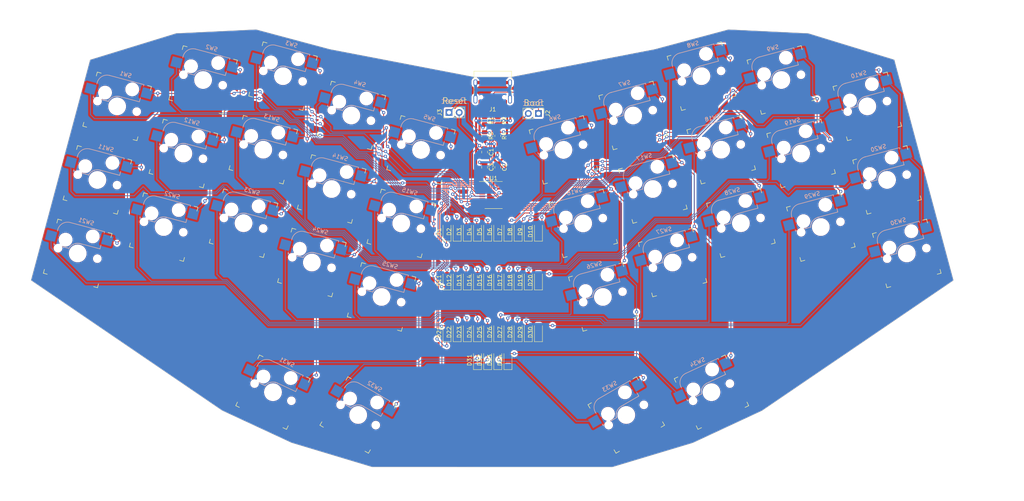
<source format=kicad_pcb>
(kicad_pcb (version 20221018) (generator pcbnew)
  (layers (0 "F.Cu" signal) (31 "B.Cu" signal) (34 "B.Paste" user) (35 "F.Paste" user) (36 "B.SilkS" user "B.Silkscreen") (37 "F.SilkS" user "F.Silkscreen") (38 "B.Mask" user) (39 "F.Mask" user) (44 "Edge.Cuts" user))
  (net 0 "")
  (net 1 "/RESET")
  (net 2 "/GND")
  (net 3 "/3V3")
  (net 4 "Net-(D1-A)")
  (net 5 "Net-(D2-A)")
  (net 6 "Net-(D3-A)")
  (net 7 "Net-(D4-A)")
  (net 8 "Net-(D5-A)")
  (net 9 "Net-(D6-A)")
  (net 10 "Net-(D7-A)")
  (net 11 "Net-(D8-A)")
  (net 12 "Net-(D9-A)")
  (net 13 "Net-(D10-A)")
  (net 14 "/ROW1")
  (net 15 "Net-(D11-A)")
  (net 16 "Net-(D12-A)")
  (net 17 "Net-(D13-A)")
  (net 18 "Net-(D14-A)")
  (net 19 "Net-(D15-A)")
  (net 20 "Net-(D16-A)")
  (net 21 "Net-(D17-A)")
  (net 22 "Net-(D18-A)")
  (net 23 "Net-(D19-A)")
  (net 24 "Net-(D20-A)")
  (net 25 "/ROW2")
  (net 26 "Net-(D21-A)")
  (net 27 "Net-(D22-A)")
  (net 28 "Net-(D23-A)")
  (net 29 "Net-(D24-A)")
  (net 30 "Net-(D25-A)")
  (net 31 "Net-(D26-A)")
  (net 32 "Net-(D27-A)")
  (net 33 "Net-(D28-A)")
  (net 34 "Net-(D29-A)")
  (net 35 "Net-(D30-A)")
  (net 36 "/ROW3")
  (net 37 "Net-(D31-A)")
  (net 38 "Net-(D32-A)")
  (net 39 "Net-(D33-A)")
  (net 40 "Net-(D34-A)")
  (net 41 "/5v")
  (net 42 "Net-(J1-CC1)")
  (net 43 "/DATA+")
  (net 44 "/DATA-")
  (net 46 "Net-(J1-CC2)")
  (net 48 "unconnected-(J1-SHIELD-PadS1)")
  (net 49 "Net-(J2-Pin_2)")
  (net 50 "Net-(J3-Pin_1)")
  (net 51 "/COL0")
  (net 52 "/COL1")
  (net 53 "/COL2")
  (net 54 "/COL3")
  (net 55 "/COL4")
  (net 56 "/COL5")
  (net 57 "/COL6")
  (net 58 "/COL7")
  (net 59 "/COL8")
  (net 60 "/COL9")
  (net 61 "/ROW0")
  (footprint "keyswitches:Kailh_socket_MX" (layer "F.Cu") (at 233.045869 54.207831 15)
    (fp_text reference "SW19")
    (fp_text value "SW_PUSH")
  )
  (footprint "Diode_SMD:D_SOD-123" (layer "F.Cu") (at 144.526 85.978 90)
    (fp_text reference "D11")
    (fp_text value "1N4448W")
  )
  (footprint "Resistor_SMD:R_0805_2012Metric" (layer "F.Cu") (at 157.226 45.974 -90)
    (fp_text reference "R2")
    (fp_text value "5.1k")
  )
  (footprint "keyswitches:Kailh_socket_MX" (layer "F.Cu") (at 103.521281 34.849163 -15)
    (fp_text reference "SW3")
    (fp_text value "SW_PUSH")
  )
  (footprint "keyswitches:Kailh_socket_MX" (layer "F.Cu") (at 191.050633 44.686569 15)
    (fp_text reference "SW7")
    (fp_text value "SW_PUSH")
  )
  (footprint "Diode_SMD:D_SOD-123" (layer "F.Cu") (at 144.526 73.786 90)
    (fp_text reference "D1")
    (fp_text value "1N4448W")
  )
  (footprint "Diode_SMD:D_SOD-123" (layer "F.Cu") (at 149.606 85.978 90)
    (fp_text reference "D13")
    (fp_text value "1N4448W")
  )
  (footprint "Diode_SMD:D_SOD-123" (layer "F.Cu") (at 154.686 105.918 90)
    (fp_text reference "D32")
    (fp_text value "1N4448W")
  )
  (footprint "Diode_SMD:D_SOD-123" (layer "F.Cu") (at 152.146 73.786 90)
    (fp_text reference "D4")
    (fp_text value "1N4448W")
  )
  (footprint "Diode_SMD:D_SOD-123" (layer "F.Cu") (at 149.606 98.934 90)
    (fp_text reference "D23")
    (fp_text value "1N4448W")
  )
  (footprint "keyswitches:Kailh_socket_MX" (layer "F.Cu") (at 213.067222 53.25005 15)
    (fp_text reference "SW18")
    (fp_text value "SW_PUSH")
  )
  (footprint "Diode_SMD:D_SOD-123" (layer "F.Cu") (at 147.066 85.978 90)
    (fp_text reference "D12")
    (fp_text value "1N4448W")
  )
  (footprint "keyswitches:Kailh_socket_MX" (layer "F.Cu") (at 110.746362 81.488343 -15)
    (fp_text reference "SW24")
    (fp_text value "SW_PUSH")
  )
  (footprint "keyswitches:Kailh_socket_MX" (layer "F.Cu") (at 173.635846 53.297249 15)
    (fp_text reference "SW6")
    (fp_text value "SW_PUSH")
  )
  (footprint "keyswitches:Kailh_socket_MX" (layer "F.Cu") (at 210.641177 113.935772 25)
    (fp_text reference "SW34")
    (fp_text value "SW_PUSH")
  )
  (footprint "keyswitches:Kailh_socket_MX" (layer "F.Cu") (at 138.022154 53.297249 -15)
    (fp_text reference "SW5")
    (fp_text value "SW_PUSH")
  )
  (footprint "keyswitches:Kailh_socket_MX" (layer "F.Cu") (at 200.911638 81.488343 15)
    (fp_text reference "SW27")
    (fp_text value "SW_PUSH")
  )
  (footprint "Connector_PinHeader_2.54mm:PinHeader_1x02_P2.54mm_Vertical" (layer "F.Cu") (at 167.391 44.196 -90)
    (fp_text reference "J2")
    (fp_text value "Conn_01x02_Pin")
  )
  (footprint "Diode_SMD:D_SOD-123" (layer "F.Cu") (at 144.526 98.934 90)
    (fp_text reference "D21")
    (fp_text value "1N4448W")
  )
  (footprint "keyswitches:Kailh_socket_MX" (layer "F.Cu") (at 101.016823 113.935773 -25)
    (fp_text reference "SW31")
    (fp_text value "SW_PUSH")
  )
  (footprint "Diode_SMD:D_SOD-123" (layer "F.Cu") (at 157.226 73.786 90)
    (fp_text reference "D6")
    (fp_text value "1N4448W")
  )
  (footprint "keyswitches:Kailh_socket_MX" (layer "F.Cu") (at 128.161148 90.099023 -15)
    (fp_text reference "SW25")
    (fp_text value "SW_PUSH")
  )
  (footprint "keyswitches:Kailh_socket_MX" (layer "F.Cu") (at 93.660276 71.650937 -15)
    (fp_text reference "SW23")
    (fp_text value "SW_PUSH")
  )
  (footprint "Diode_SMD:D_SOD-123" (layer "F.Cu") (at 164.846 98.934 90)
    (fp_text reference "D29")
    (fp_text value "1N4448W")
  )
  (footprint "keyswitches:Kailh_socket_MX" (layer "F.Cu") (at 52.190959 79.209438 -15)
    (fp_text reference "SW21")
    (fp_text value "SW_PUSH")
  )
  (footprint "keyswitches:Kailh_socket_MX" (layer "F.Cu") (at 120.607367 44.686569 -15)
    (fp_text reference "SW4")
    (fp_text value "SW_PUSH")
  )
  (footprint "keyswitches:Kailh_socket_MX" (layer "F.Cu") (at 62.051965 42.407664 -15)
    (fp_text reference "SW1")
    (fp_text value "SW_PUSH")
  )
  (footprint "keyswitches:Kailh_socket_MX" (layer "F.Cu") (at 217.997724 71.650937 15)
    (fp_text reference "SW28")
    (fp_text value "SW_PUSH")
  )
  (footprint "Connector_PinHeader_2.54mm:PinHeader_1x02_P2.54mm_Vertical" (layer "F.Cu") (at 145.029 43.942 90)
    (fp_text reference "J3")
    (fp_text value "Conn_01x02_Pin")
  )
  (footprint "Diode_SMD:D_SOD-123" (layer "F.Cu") (at 154.686 85.978 90)
    (fp_text reference "D15")
    (fp_text value "1N4448W")
  )
  (footprint "Diode_SMD:D_SOD-123" (layer "F.Cu") (at 162.306 98.934 90)
    (fp_text reference "D28")
    (fp_text value "1N4448W")
  )
  (footprint "Diode_SMD:D_SOD-123" (layer "F.Cu") (at 167.386 98.934 90)
    (fp_text reference "D30")
    (fp_text value "1N4448W")
  )
  (footprint "keyswitches:Kailh_socket_MX" (layer "F.Cu") (at 189.342512 119.642732 30)
    (fp_text reference "SW33")
    (fp_text value "SW_PUSH")
  )
  (footprint "keyswitches:Kailh_socket_MX" (layer "F.Cu") (at 178.566349 71.698136 15)
    (fp_text reference "SW16")
    (fp_text value "SW_PUSH")
  )
  (footprint "Diode_SMD:D_SOD-123" (layer "F.Cu") (at 159.766 98.934 90)
    (fp_text reference "D27")
    (fp_text value "1N4448W")
  )
  (footprint "Package_SO:TSSOP-20_4.4x6.5mm_P0.65mm" (layer "F.Cu") (at 156.178 64.594)
    (fp_text reference "U1")
    (fp_text value "CH552T")
  )
  (footprint "keyswitches:Kailh_socket_MX" (layer "F.Cu") (at 183.496852 90.099023 15)
    (fp_text reference "SW26")
    (fp_text value "SW_PUSH")
  )
  (footprint "Connector_USB:USB_C_Receptacle_HRO_TYPE-C-31-M-12" (layer "F.Cu") (at 155.954 37.51 180)
    (fp_text reference "J1")
    (fp_text value "USB_C_Receptacle_USB2.0")
  )
  (footprint "keyswitches:Kailh_socket_MX" (layer "F.Cu") (at 259.467041 79.209438 15)
    (fp_text reference "SW30")
    (fp_text value "SW_PUSH")
  )
  (footprint "Diode_SMD:D_SOD-123" (layer "F.Cu") (at 159.766 105.918 90)
    (fp_text reference "D34")
    (fp_text value "1N4448W")
  )
  (footprint "Diode_SMD:D_SOD-123" (layer "F.Cu") (at 147.066 73.786 90)
    (fp_text reference "D2")
    (fp_text value "1N4448W")
  )
  (footprint "Diode_SMD:D_SOD-123" (layer "F.Cu") (at 164.846 73.786 90)
    (fp_text reference "D9")
    (fp_text value "1N4448W")
  )
  (footprint "keyswitches:Kailh_socket_MX" (layer "F.Cu") (at 237.976372 72.608718 15)
    (fp_text reference "SW29")
    (fp_text value "SW_PUSH")
  )
  (footprint "Capacitor_SMD:C_0805_2012Metric" (layer "F.Cu") (at 153.924 53.848 -90)
    (fp_text reference "C1")
    (fp_text value "100n")
  )
  (footprint "Diode_SMD:D_SOD-123" (layer "F.Cu") (at 149.606 73.786 90)
    (fp_text reference "D3")
    (fp_text value "1N4448W")
  )
  (footprint "Diode_SMD:D_SOD-123" (layer "F.Cu") (at 167.386 85.978 90)
    (fp_text reference "D20")
    (fp_text value "1N4448W")
  )
  (footprint "Diode_SMD:D_SOD-123" (layer "F.Cu") (at 157.226 85.978 90)
    (fp_text reference "D16")
    (fp_text value "1N4448W")
  )
  (footprint "keyswitches:Kailh_socket_MX" (layer "F.Cu") (at 98.590778 53.25005 -15)
    (fp_text reference "SW13")
    (fp_text value "SW_PUSH")
  )
  (footprint "Resistor_SMD:R_0805_2012Metric" (layer "F.Cu") (at 153.924 45.974 -90)
    (fp_text reference "R1")
    (fp_text value "5.1k")
  )
  (footprint "Diode_SMD:D_SOD-123" (layer "F.Cu") (at 147.066 98.934 90)
    (fp_text reference "D22")
    (fp_text value "1N4448W")
  )
  (footprint "Diode_SMD:D_SOD-123" (layer "F.Cu") (at 162.306 85.978 90)
    (fp_text reference "D18")
    (fp_text value "1N4448W")
  )
  (footprint "Diode_SMD:D_SOD-123" (layer "F.Cu") (at 152.146 105.918 90)
    (fp_text reference "D31")
    (fp_text value "1N4448W")
  )
  (footprint "Diode_SMD:D_SOD-123" (layer "F.Cu") (at 154.686 73.786 90)
    (fp_text reference "D5")
    (fp_text value "1N4448W")
  )
  (footprint "Diode_SMD:D_SOD-123" (layer "F.Cu") (at 152.146 85.978 90)
    (fp_text reference "D14")
    (fp_text value "1N4448W")
  )
  (footprint "Diode_SMD:D_SOD-123" (layer "F.Cu") (at 162.306 73.786 90)
    (fp_text reference "D8")
    (fp_text value "1N4448W")
  )
  (footprint "Diode_SMD:D_SOD-123" (layer "F.Cu") (at 159.766 73.786 90)
    (fp_text reference "D7")
    (fp_text value "1N4448W")
  )
  (footprint "keyswitches:Kailh_socket_MX" (layer "F.Cu") (at 122.315488 119.642732 -30)
    (fp_text reference "SW32")
    (fp_text value "SW_PUSH")
  )
  (footprint "Diode_SMD:D_SOD-123" (layer "F.Cu") (at 157.226 98.934 90)
    (fp_text reference "D26")
    (fp_text value "1N4448W")
  )
  (footprint "keyswitches:Kailh_socket_MX" (layer "F.Cu") (at 228.115367 35.806944 15)
    (fp_text reference "SW9")
    (fp_text value "SW_PUSH")
  )
  (footprint "Capacitor_SMD:C_0805_2012Metric" (layer "F.Cu") (at 157.226 57.658 -90)
    (fp_text reference "C2")
    (fp_text value "100n")
  )
  (footprint "keyswitches:Kailh_socket_MX" (layer "F.Cu") (at 73.681628 72.608718 -15)
    (fp_text reference "SW22")
    (fp_text value "SW_PUSH")
  )
  (footprint "keyswitches:Kailh_socket_MX" (layer "F.Cu") (at 78.61213 54.207831 -15)
    (fp_text reference "SW12")
    (fp_text value "SW_PUSH")
  )
  (footprint "Diode_SMD:D_SOD-123" (layer "F.Cu") (at 159.766 85.978 90)
    (fp_text reference "D17")
    (fp_text value "1N4448W")
  )
  (footprint "Resistor_SMD:R_0805_2012Metric" (layer "F.Cu") (at 153.924 49.784 -90)
    (fp_text reference "R3")
    (fp_text value "330R")
  )
  (footprint "keyswitches:Kailh_socket_MX" (layer "F.Cu") (at 57.121462 60.808551 -15)
    (fp_text reference "SW11")
    (fp_text value "SW_PUSH")
  )
  (footprint "keyswitches:Kailh_socket_MX" (layer "F.Cu") (at 208.136719 34.849163 15)
    (fp_text reference "SW8")
    (fp_text value "SW_PUSH")
  )
  (footprint "keyswitches:Kailh_socket_MX" (layer "F.Cu") (at 254.536538 60.808551 15)
    (fp_text reference "SW20")
    (fp_text value "SW_PUSH")
  )
  (footprint "keyswitches:Kailh_socket_MX" (layer "F.Cu") (at 195.981135 63.087456 15)
    (fp_text reference "SW17")
    (fp_text value "SW_PUSH")
  )
  (footprint "keyswitches:Kailh_socket_MX" (layer "F.Cu") (at 133.091651 71.698136 -15)
    (fp_text reference "SW15")
    (fp_text value "SW_PUSH")
  )
  (footprint "keyswitches:Kailh_socket_MX" (layer "F.Cu") (at 249.606035 42.407664 15)
    (fp_text reference "SW10")
    (fp_text value "SW_PUSH")
  )
  (footprint "Diode_SMD:D_SOD-123" (layer "F.Cu") (at 167.386 73.786 90)
    (fp_text reference "D10")
    (fp_text value "1N4448W")
  )
  (footprint "Diode_SMD:D_SOD-123" (layer "F.Cu") (at 154.686 98.934 90)
    (fp_text reference "D25")
    (fp_text value "1N4448W")
  )
  (footprint "Diode_SMD:D_SOD-123" (layer "F.Cu") (at 164.846 85.978 90)
    (fp_text reference "D19")
    (fp_text value "1N4448W")
  )
  (footprint "Capacitor_SMD:C_0805_2012Metric" (layer "F.Cu") (at 153.924 57.658 -90)
    (fp_text reference "C3")
    (fp_text value "100n")
  )
  (footprint "keyswitches:Kailh_socket_MX" (layer "F.Cu") (at 83.542633 35.806944 -15)
    (fp_text reference "SW2")
    (fp_text value "SW_PUSH")
  )
  (footprint "Diode_SMD:D_SOD-123" (layer "F.Cu") (at 157.226 105.918 90)
    (fp_text reference "D33")
    (fp_text value "1N4448W")
  )
  (footprint "Diode_SMD:D_SOD-123" (layer "F.Cu") (at 152.146 98.934 90)
    (fp_text reference "D24")
    (fp_text value "1N4448W")
  )
  (footprint "keyswitches:Kailh_socket_MX" (layer "F.Cu") (at 115.676865 63.087456 -15)
    (fp_text reference "SW14")
    (fp_text value "SW_PUSH")
  )
  (footprint "Resistor_SMD:R_0805_2012Metric" (layer "F.Cu") (at 157.226 49.784 -90)
    (fp_text reference "R4")
    (fp_text value "10K")
  )
  (gr_line (start 185.86 132.67) (end 206.02 126.6) (stroke (width 0.1)) (layer "Edge.Cuts"))
  (gr_line (start 115.19 28.11) (end 151.26 35.05) (stroke (width 0.1)) (layer "Edge.Cuts"))
  (gr_line (start 96.79 23.18) (end 76.8 24.14) (stroke (width 0.1)) (layer "Edge.Cuts"))
  (gr_line (start 125.8 132.66) (end 185.86 132.67) (stroke (width 0.1)) (layer "Edge.Cuts"))
  (gr_line (start 223.3 118.55) (end 271.14 85.96) (stroke (width 0.1)) (layer "Edge.Cuts"))
  (gr_line (start 151.26 35.05) (end 160.65 35.05) (stroke (width 0.1)) (layer "Edge.Cuts"))
  (gr_line (start 160.65 35.05) (end 196.48 28.12) (stroke (width 0.1)) (layer "Edge.Cuts"))
  (gr_line (start 234.87 24.15) (end 214.87 23.18) (stroke (width 0.1)) (layer "Edge.Cuts"))
  (gr_line (start 256.35 30.74) (end 234.87 24.15) (stroke (width 0.1)) (layer "Edge.Cuts"))
  (gr_line (start 105.63 126.58) (end 125.8 132.66) (stroke (width 0.1)) (layer "Edge.Cuts"))
  (gr_line (start 88.3 118.52) (end 105.63 126.58) (stroke (width 0.1)) (layer "Edge.Cuts"))
  (gr_line (start 206.02 126.6) (end 223.3 118.55) (stroke (width 0.1)) (layer "Edge.Cuts"))
  (gr_line (start 40.53 85.94) (end 88.3 118.52) (stroke (width 0.1)) (layer "Edge.Cuts"))
  (gr_line (start 115.19 28.11) (end 96.79 23.18) (stroke (width 0.1)) (layer "Edge.Cuts"))
  (gr_line (start 55.31 30.75) (end 40.53 85.94) (stroke (width 0.1)) (layer "Edge.Cuts"))
  (gr_line (start 76.8 24.14) (end 55.31 30.75) (stroke (width 0.1)) (layer "Edge.Cuts"))
  (gr_line (start 271.14 85.96) (end 256.35 30.74) (stroke (width 0.1)) (layer "Edge.Cuts"))
  (gr_line (start 214.87 23.18) (end 196.48 28.12) (stroke (width 0.1)) (layer "Edge.Cuts"))
  (gr_text "Boot" (at 168.656 42.418) (layer "B.SilkS") (effects (font (size 1.5 1.5)) (justify left bottom mirror)))
  (gr_text "Reset" (at 149.352 41.91) (layer "B.SilkS") (effects (font (size 1.5 1.5)) (justify left bottom mirror)))
  (gr_text "Boot" (at 163.576 42.418) (layer "F.SilkS") (effects (font (size 1.5 1.5)) (justify left bottom)))
  (gr_text "Reset" (at 143.256 41.91) (layer "F.SilkS") (effects (font (size 1.5 1.5)) (justify left bottom)))
  (segment (start 151.664071 64.919) (end 150.662946 63.917875) (width 0.2) (layer "F.Cu") (net 1))
  (segment (start 153.3155 64.919) (end 151.664071 64.919) (width 0.2) (layer "F.Cu") (net 1))
  (segment (start 153.326481 52.898) (end 152.654 52.225519) (width 0.2) (layer "F.Cu") (net 1))
  (segment (start 153.924 52.898) (end 153.326481 52.898) (width 0.2) (layer "F.Cu") (net 1))
  (via (at 152.654 52.225519) (size 0.8) (drill 0.4) (layers "F.Cu" "B.Cu") (net 1))
  (via (at 150.662946 63.917875) (size 0.8) (drill 0.4) (layers "F.Cu" "B.Cu") (net 1))
  (segment (start 152.654 52.225519) (end 147.569 47.140519) (width 0.2) (layer "B.Cu") (net 1))
  (segment (start 147.569 47.140519) (end 147.569 43.942) (width 0.2) (layer "B.Cu") (net 1))
  (segment (start 150.662946 63.917875) (end 150.662946 54.216573) (width 0.2) (layer "B.Cu") (net 1))
  (segment (start 150.662946 54.216573) (end 152.654 52.225519) (width 0.2) (layer "B.Cu") (net 1))
  (segment (start 151.8045 57.8245) (end 152.4 58.42) (width 0.5) (layer "F.Cu") (net 2))
  (segment (start 151.8045 45.974) (end 151.8045 44.05555) (width 0.5) (layer "F.Cu") (net 2))
  (segment (start 151.8045 45.974) (end 151.8045 52.6785) (width 0.5) (layer "F.Cu") (net 2))
  (segment (start 153.924 60.054) (end 154.5 60.63) (width 0.5) (layer "F.Cu") (net 2))
  (segment (start 151.8045 44.05555) (end 152.704 43.15605) (width 0.5) (layer "F.Cu") (net 2))
  (segment (start 153.736 58.42) (end 153.924 58.608) (width 0.5) (layer "F.Cu") (net 2))
  (segment (start 156.276 58.608) (end 156.154 58.73) (width 0.5) (layer "F.Cu") (net 2))
  (segment (start 153.924 46.8865) (end 153.924 47.3315) (width 0.5) (layer "F.Cu") (net 2))
  (segment (start 152.4 58.42) (end 153.736 58.42) (width 0.5) (layer "F.Cu") (net 2))
  (segment (start 153.924 47.3315) (end 153.5035 47.752) (width 0.5) (layer "F.Cu") (net 2))
  (segment (start 157.226 58.608) (end 156.276 58.608) (width 0.5) (layer "F.Cu") (net 2))
  (segment (start 151.8045 52.6785) (end 151.8045 57.8245) (width 0.5) (layer "F.Cu") (net 2))
  (segment (start 157.226 46.8865) (end 157.75 46.8865) (width 0.5) (layer "F.Cu") (net 2))
  (segment (start 157.75 46.8865) (end 158.6625 45.974) (width 0.5) (layer "F.Cu") (net 2))
  (segment (start 156.385 62.969) (end 159.0405 62.969) (width 0.5) (layer "F.Cu") (net 2))
  (segment (start 159.204 41.555) (end 159.204 42.136051) (width 0.5) (layer "F.Cu") (net 2))
  (segment (start 156.154 62.738) (end 156.385 62.969) (width 0.5) (layer "F.Cu") (net 2))
  (segment (start 159.258 42.190051) (end 159.258 42.672) (width 0.5) (layer "F.Cu") (net 2))
  (segment (start 156.154 58.73) (end 156.154 62.738) (width 0.5) (layer "F.Cu") (net 2))
  (segment (start 159.258 42.672) (end 159.739949 42.672) (width 0.5) (layer "F.Cu") (net 2))
  (segment (start 159.204 42.136051) (end 159.258 42.190051) (width 0.5) (layer "F.Cu") (net 2))
  (segment (start 153.924 58.608) (end 153.924 60.054) (width 0.5) (layer "F.Cu") (net 2))
  (segment (start 151.8045 52.6785) (end 153.924 54.798) (width 0.5) (layer "F.Cu") (net 2))
  (segment (start 160.3615 43.293551) (end 160.3615 45.974) (width 0.5) (layer "F.Cu") (net 2))
  (segment (start 152.704 43.15605) (end 152.704 41.555) (width 0.5) (layer "F.Cu") (net 2))
  (segment (start 159.739949 42.672) (end 160.3615 43.293551) (width 0.5) (layer "F.Cu") (net 2))
  (via (at 156.809407 63.094234) (size 0.8) (drill 0.4) (layers "F.Cu" "B.Cu") (net 2))
  (via (at 158.6625 45.974) (size 0.8) (drill 0.4) (layers "F.Cu" "B.Cu") (net 2))
  (via (at 160.3615 45.974) (size 0.8) (drill 0.4) (layers "F.Cu" "B.Cu") (net 2))
  (via (at 154.5 60.63) (size 0.8) (drill 0.4) (layers "F.Cu" "B.Cu") (net 2))
  (via (at 151.8045 45.974) (size 0.8) (drill 0.4) (layers "F.Cu" "B.Cu") (net 2))
  (via (at 153.5035 47.752) (size 0.8) (drill 0.4) (layers "F.Cu" "B.Cu") (net 2))
  (segment (start 160.3615 45.974) (end 151.8045 45.974) (width 0.5) (layer "B.Cu") (net 2))
  (segment (start 154.5 60.63) (end 154.5 60.784827) (width 0.5) (layer "B.Cu") (net 2))
  (segment (start 153.5035 47.752) (end 153.5035 47.673) (width 0.5) (layer "B.Cu") (net 2))
  (segment (start 154.5 60.784827) (end 156.809407 63.094234) (width 0.5) (layer "B.Cu") (net 2))
  (segment (start 153.5035 47.673) (end 151.8045 45.974) (width 0.5) (layer "B.Cu") (net 2))
  (segment (start 152.974 56.708) (end 152.654 56.388) (width 0.5) (layer "F.Cu") (net 3))
  (segment (start 153.924 56.708) (end 152.974 56.708) (width 0.5) (layer "F.Cu") (net 3))
  (segment (start 159.196 61.5135) (end 159.0405 61.669) (width 0.5) (layer "F.Cu") (net 3))
  (segment (start 157.153 50.7695) (end 157.226 50.6965) (width 0.5) (layer "F.Cu") (net 3))
  (segment (start 157.153 54.61) (end 157.153 50.7695) (width 0.5) (layer "F.Cu") (net 3))
  (segment (start 159.196 57.476624) (end 159.196 61.5135) (width 0.5) (layer "F.Cu") (net 3))
  (segment (start 158.704688 56.985312) (end 159.196 57.476624) (width 0.5) (layer "F.Cu") (net 3))
  (via (at 152.654 56.388) (size 0.8) (drill 0.4) (layers "F.Cu" "B.Cu") (net 3))
  (via (at 157.153 54.61) (size 0.8) (drill 0.4) (layers "F.Cu" "B.Cu") (net 3))
  (via (at 158.704688 56.985312) (size 0.8) (drill 0.4) (layers "F.Cu" "B.Cu") (net 3))
  (segment (start 152.654 56.388) (end 155.375 56.388) (width 0.5) (layer "B.Cu") (net 3))
  (segment (start 157.153 54.61) (end 157.153 55.433624) (width 0.5) (layer "B.Cu") (net 3))
  (segment (start 155.375 56.388) (end 157.153 54.61) (width 0.5) (layer "B.Cu") (net 3))
  (segment (start 157.153 55.433624) (end 158.704688 56.985312) (width 0.5) (layer "B.Cu") (net 3))
  (segment (start 144.56 72.102) (end 144.526 72.136) (width 0.2) (layer "F.Cu") (net 4))
  (segment (start 144.56 70.45) (end 144.56 72.102) (width 0.2) (layer "F.Cu") (net 4))
  (via (at 144.56 70.45) (size 0.8) (drill 0.4) (layers "F.Cu" "B.Cu") (net 4))
  (segment (start 132.588 64.008) (end 138.927677 64.008) (width 0.2) (layer "B.Cu") (net 4))
  (segment (start 121.92 55.372) (end 123.952 55.372) (width 0.2) (layer "B.Cu") (net 4))
  (segment (start 70.866 44.45) (end 103.31689 44.45) (width 0.2) (layer "B.Cu") (net 4))
  (segment (start 140.197677 65.278) (end 142.748 65.278) (width 0.2) (layer "B.Cu") (net 4))
  (segment (start 55.406966 44.484966) (end 56.388 45.466) (width 0.2) (layer "B.Cu") (net 4))
  (segment (start 106.934 46.482) (end 111.76 51.308) (width 0.2) (layer "B.Cu") (net 4))
  (segment (start 144.56 66.893686) (end 144.56 69.85) (width 0.2) (layer "B.Cu") (net 4))
  (segment (start 123.952 55.372) (end 132.588 64.008) (width 0.2) (layer "B.Cu") (net 4))
  (segment (start 69.85 45.466) (end 70.866 44.45) (width 0.2) (layer "B.Cu") (net 4))
  (segment (start 55.406966 37.99754) (end 55.406966 44.484966) (width 0.2) (layer "B.Cu") (net 4))
  (segment (start 118.11 51.562) (end 121.92 55.372) (width 0.2) (layer "B.Cu") (net 4))
  (segment (start 142.944314 65.278) (end 143.968157 66.301843) (width 0.2) (layer "B.Cu") (net 4))
  (segment (start 103.31689 44.45) (end 105.34889 46.482) (width 0.2) (layer "B.Cu") (net 4))
  (segment (start 105.34889 46.482) (end 106.934 46.482) (width 0.2) (layer "B.Cu") (net 4))
  (segment (start 143.968157 66.301843) (end 144.56 66.893686) (width 0.2) (layer "B.Cu") (net 4))
  (segment (start 111.76 51.562) (end 118.11 51.562) (width 0.2) (layer "B.Cu") (net 4))
  (segment (start 144.56 69.85) (end 144.56 70.45) (width 0.2) (layer "B.Cu") (net 4))
  (segment (start 111.76 51.308) (end 111.76 51.562) (width 0.2) (layer "B.Cu") (net 4))
  (segment (start 142.748 65.278) (end 142.944314 65.278) (width 0.2) (layer "B.Cu") (net 4))
  (segment (start 138.927677 64.008) (end 140.197677 65.278) (width 0.2) (layer "B.Cu") (net 4))
  (segment (start 56.388 45.466) (end 69.85 45.466) (width 0.2) (layer "B.Cu") (net 4))
  (segment (start 146.97 72.04) (end 147.066 72.136) (width 0.2) (layer "F.Cu") (net 5))
  (segment (start 146.97 69.95) (end 146.97 72.04) (width 0.2) (layer "F.Cu") (net 5))
  (via (at 146.97 69.95) (size 0.8) (drill 0.4) (layers "F.Cu" "B.Cu") (net 5))
  (segment (start 78.086 44.05) (end 75.692 41.656) (width 0.2) (layer "B.Cu") (net 5))
  (segment (start 145.034 66.802) (end 143.11 64.878) (width 0.2) (layer "B.Cu") (net 5))
  (segment (start 76.897634 34.354366) (end 76.897634 31.39682) (width 0.2) (layer "B.Cu") (net 5))
  (segment (start 122.085686 54.972) (end 118.275686 51.162) (width 0.2) (layer "B.Cu") (net 5))
  (segment (start 145.034 69.088) (end 145.034 66.802) (width 0.2) (layer "B.Cu") (net 5))
  (segment (start 118.275686 51.162) (end 112.179686 51.162) (width 0.2) (layer "B.Cu") (net 5))
  (segment (start 124.117686 54.972) (end 122.085686 54.972) (width 0.2) (layer "B.Cu") (net 5))
  (segment (start 143.11 64.878) (end 140.363363 64.878) (width 0.2) (layer "B.Cu") (net 5))
  (segment (start 105.514576 46.082) (end 103.482576 44.05) (width 0.2) (layer "B.Cu") (net 5))
  (segment (start 75.692 35.56) (end 76.897634 34.354366) (width 0.2) (layer "B.Cu") (net 5))
  (segment (start 112.179686 51.162) (end 107.099686 46.082) (width 0.2) (layer "B.Cu") (net 5))
  (segment (start 107.099686 46.082) (end 105.514576 46.082) (width 0.2) (layer "B.Cu") (net 5))
  (segment (start 132.753686 63.608) (end 124.117686 54.972) (width 0.2) (layer "B.Cu") (net 5))
  (segment (start 145.034 69.088) (end 146.108 69.088) (width 0.2) (layer "B.Cu") (net 5))
  (segment (start 146.108 69.088) (end 146.97 69.95) (width 0.2) (layer "B.Cu") (net 5))
  (segment (start 103.482576 44.05) (end 78.086 44.05) (width 0.2) (layer "B.Cu") (net 5))
  (segment (start 139.093363 63.608) (end 132.753686 63.608) (width 0.2) (layer "B.Cu") (net 5))
  (segment (start 140.363363 64.878) (end 139.093363 63.608) (width 0.2) (layer "B.Cu") (net 5))
  (segment (start 75.692 41.656) (end 75.692 35.56) (width 0.2) (layer "B.Cu") (net 5))
  (segment (start 149.352064 70.977936) (end 149.352064 71.882064) (width 0.2) (layer "F.Cu") (net 6))
  (segment (start 149.352064 71.882064) (end 149.606 72.136) (width 0.2) (layer "F.Cu") (net 6))
  (via (at 149.352064 70.977936) (size 0.8) (drill 0.4) (layers "F.Cu" "B.Cu") (net 6))
  (segment (start 97.79 43.65) (end 103.648262 43.65) (width 0.2) (layer "B.Cu") (net 6))
  (segment (start 107.265372 45.682) (end 112.345372 50.762) (width 0.2) (layer "B.Cu") (net 6))
  (segment (start 140.529048 64.478) (end 143.275686 64.478) (width 0.2) (layer "B.Cu") (net 6))
  (segment (start 118.441372 50.762) (end 122.251372 54.572) (width 0.2) (layer "B.Cu") (net 6))
  (segment (start 105.680261 45.682) (end 107.265372 45.682) (width 0.2) (layer "B.Cu") (net 6))
  (segment (start 143.275686 64.478) (end 149.348843 70.551157) (width 0.2) (layer "B.Cu") (net 6))
  (segment (start 149.348843 70.551157) (end 149.348843 70.974715) (width 0.2) (layer "B.Cu") (net 6))
  (segment (start 112.345372 50.762) (end 118.441372 50.762) (width 0.2) (layer "B.Cu") (net 6))
  (segment (start 122.251372 54.572) (end 124.283372 54.572) (width 0.2) (layer "B.Cu") (net 6))
  (segment (start 96.876282 42.736282) (end 97.79 43.65) (width 0.2) (layer "B.Cu") (net 6))
  (segment (start 103.648262 43.65) (end 105.680261 45.682) (width 0.2) (layer "B.Cu") (net 6))
  (segment (start 96.876282 30.439039) (end 96.876282 42.736282) (width 0.2) (layer "B.Cu") (net 6))
  (segment (start 149.348843 70.974715) (end 149.352064 70.977936) (width 0.2) (layer "B.Cu") (net 6))
  (segment (start 132.919372 63.208) (end 139.259049 63.208) (width 0.2) (layer "B.Cu") (net 6))
  (segment (start 124.283372 54.572) (end 132.919372 63.208) (width 0.2) (layer "B.Cu") (net 6))
  (segment (start 149.348843 70.551157) (end 149.352 70.554314) (width 0.2) (layer "B.Cu") (net 6))
  (segment (start 139.259049 63.208) (end 140.529048 64.478) (width 0.2) (layer "B.Cu") (net 6))
  (segment (start 151.94 71.93) (end 152.146 72.136) (width 0.2) (layer "F.Cu") (net 7))
  (segment (start 151.94 70.92) (end 151.94 71.93) (width 0.2) (layer "F.Cu") (net 7))
  (via (at 151.94 70.92) (size 0.8) (drill 0.4) (layers "F.Cu" "B.Cu") (net 7))
  (segment (start 143.117372 63.754) (end 143.675686 64.312315) (width 0.2) (layer "B.Cu") (net 7))
  (segment (start 111.846529 49.697471) (end 112.511058 50.362) (width 0.2) (layer "B.Cu") (net 7))
  (segment (start 125.222 54.944942) (end 133.085058 62.808) (width 0.2) (layer "B.Cu") (net 7))
  (segment (start 113.962368 40.276445) (end 111.846529 42.392284) (width 0.2) (layer "B.Cu") (net 7))
  (segment (start 125.222 54.864) (end 125.222 54.944942) (width 0.2) (layer "B.Cu") (net 7))
  (segment (start 139.424734 62.808) (end 140.370734 63.754) (width 0.2) (layer "B.Cu") (net 7))
  (segment (start 143.675686 64.312315) (end 143.814315 64.312315) (width 0.2) (layer "B.Cu") (net 7))
  (segment (start 133.085058 62.808) (end 139.424734 62.808) (width 0.2) (layer "B.Cu") (net 7))
  (segment (start 151.886 70.866) (end 151.94 70.92) (width 0.2) (layer "B.Cu") (net 7))
  (segment (start 144.272 64.908628) (end 150.229372 70.866) (width 0.2) (layer "B.Cu") (net 7))
  (segment (start 143.814315 64.312315) (end 144.272 64.77) (width 0.2) (layer "B.Cu") (net 7))
  (segment (start 144.272 64.77) (end 144.272 64.908628) (width 0.2) (layer "B.Cu") (net 7))
  (segment (start 124.764315 54.406315) (end 125.222 54.864) (width 0.2) (layer "B.Cu") (net 7))
  (segment (start 122.387529 54.142471) (end 124.419529 54.142471) (width 0.2) (layer "B.Cu") (net 7))
  (segment (start 111.846529 42.392284) (end 111.846529 49.697471) (width 0.2) (layer "B.Cu") (net 7))
  (segment (start 150.229372 70.866) (end 151.886 70.866) (width 0.2) (layer "B.Cu") (net 7))
  (segment (start 118.607058 50.362) (end 122.387529 54.142471) (width 0.2) (layer "B.Cu") (net 7))
  (segment (start 140.370734 63.754) (end 143.117372 63.754) (width 0.2) (layer "B.Cu") (net 7))
  (segment (start 112.511058 50.362) (end 118.607058 50.362) (width 0.2) (layer "B.Cu") (net 7))
  (segment (start 124.683372 54.406315) (end 124.764315 54.406315) (width 0.2) (layer "B.Cu") (net 7))
  (segment (start 124.419529 54.142471) (end 124.683372 54.406315) (width 0.2) (layer "B.Cu") (net 7))
  (segment (start 154.74 70.91) (end 154.74 72.082) (width 0.2) (layer "F.Cu") (net 8))
  (segment (start 154.74 72.082) (end 154.686 72.136) (width 0.2) (layer "F.Cu") (net 8))
  (via (at 154.74 70.91) (size 0.8) (drill 0.4) (layers "F.Cu" "B.Cu") (net 8))
  (segment (start 133.250744 62.408) (end 128.27 57.427256) (width 0.2) (layer "B.Cu") (net 8))
  (segment (start 154.4 70.91) (end 153.48 69.99) (width 0.2) (layer "B.Cu") (net 8))
  (segment (start 128.27 51.99428) (end 131.377155 48.887125) (width 0.2) (layer "B.Cu") (net 8))
  (segment (start 153.3 70.17) (end 150.32 70.17) (width 0.2) (layer "B.Cu") (net 8))
  (segment (start 139.624 62.408) (end 133.250744 62.408) (width 0.2) (layer "B.Cu") (net 8))
  (segment (start 153.48 69.99) (end 153.3 70.17) (width 0.2) (layer "B.Cu") (net 8))
  (segment (start 143.517372 63.588315) (end 143.283058 63.354001) (width 0.2) (layer "B.Cu") (net 8))
  (segment (start 143.656001 63.588315) (end 143.517372 63.588315) (width 0.2) (layer "B.Cu") (net 8))
  (segment (start 143.283058 63.354001) (end 140.57 63.354) (width 0.2) (layer "B.Cu") (net 8))
  (segment (start 145.214471 65.064471) (end 144.993529 65.064471) (width 0.2) (layer "B.Cu") (net 8))
  (segment (start 140.57 63.354) (end 139.624 62.408) (width 0.2) (layer "B.Cu") (net 8))
  (segment (start 128.27 57.427256) (end 128.27 51.99428) (width 0.2) (layer "B.Cu") (net 8))
  (segment (start 144.993529 64.925843) (end 143.656001 63.588315) (width 0.2) (layer "B.Cu") (net 8))
  (segment (start 154.74 70.91) (end 154.4 70.91) (width 0.2) (layer "B.Cu") (net 8))
  (segment (start 144.993529 65.064471) (end 144.993529 64.925843) (width 0.2) (layer "B.Cu") (net 8))
  (segment (start 150.32 70.17) (end 145.214471 65.064471) (width 0.2) (layer "B.Cu") (net 8))
  (segment (start 157.314 72.136) (end 158.35 71.1) (width 0.2) (layer "F.Cu") (net 9))
  (segment (start 160.49 71.1) (end 160.69 70.9) (width 0.2) (layer "F.Cu") (net 9))
  (segment (start 157.226 72.136) (end 157.314 72.136) (width 0.2) (layer "F.Cu") (net 9))
  (segment (start 158.35 71.1) (end 160.49 71.1) (width 0.2) (layer "F.Cu") (net 9))
  (via (at 160.69 70.9) (size 0.8) (drill 0.4) (layers "F.Cu" "B.Cu") (net 9))
  (segment (start 168.328381 55.909817) (end 168.328381 64.205472) (width 0.2) (layer "B.Cu") (net 9))
  (segment (start 165.676046 52.800469) (end 165.676046 53.257482) (width 0.2) (layer "B.Cu") (net 9))
  (segment (start 165.676046 53.257482) (end 168.328381 55.909817) (width 0.2) (layer "B.Cu") (net 9))
  (segment (start 161.493852 70.9) (end 161.563852 70.97) (width 0.2) (layer "B.Cu") (net 9))
  (segment (start 168.328381 64.205472) (end 161.563852 70.97) (width 0.2) (layer "B.Cu") (net 9))
  (segment (start 160.69 70.9) (end 161.493852 70.9) (width 0.2) (layer "B.Cu") (net 9))
  (segment (start 162.55 70.46) (end 163.917185 69.092815) (width 0.2) (layer "F.Cu") (net 10))
  (segment (start 160.874 72.136) (end 162.55 70.46) (width 0.2) (layer "F.Cu") (net 10))
  (segment (start 163.917185 69.092815) (end 165.5 69.092815) (width 0.2) (layer "F.Cu") (net 10))
  (segment (start 159.766 72.136) (end 160.874 72.136) (width 0.2) (layer "F.Cu") (net 10))
  (via (at 165.5 69.092815) (size 0.8) (drill 0.4) (layers "F.Cu" "B.Cu") (net 10))
  (segment (start 183.398942 61.03) (end 175.270942 61.03) (width 0.2) (layer "B.Cu") (net 10))
  (segment (start 175.270942 61.03) (end 171.695471 64.605472) (width 0.2) (layer "B.Cu") (net 10))
  (segment (start 171.695471 64.605472) (end 168.494066 64.605472) (width 0.2) (layer "B.Cu") (net 10))
  (segment (start 165.5 69.092815) (end 165.5 67.599538) (width 0.2) (layer "B.Cu") (net 10))
  (segment (start 165.5 67.599538) (end 168.494066 64.605472) (width 0.2) (layer "B.Cu") (net 10))
  (segment (start 184.384471 45.483427) (end 184.384471 60.044471) (width 0.2) (layer "B.Cu") (net 10))
  (segment (start 183.090833 44.189789) (end 184.384471 45.483427) (width 0.2) (layer "B.Cu") (net 10))
  (segment (start 184.384471 60.044471) (end 183.398942 61.03) (width 0.2) (layer "B.Cu") (net 10))
  (segment (start 163.71 70.732) (end 162.306 72.136) (width 0.2) (layer "F.Cu") (net 11))
  (segment (start 163.71 70.59) (end 163.71 70.732) (width 0.2) (layer "F.Cu") (net 11))
  (via (at 163.71 70.59) (size 0.8) (drill 0.4) (layers "F.Cu" "B.Cu") (net 11))
  (segment (start 193.978628 54.318) (end 189.406628 58.89) (width 0.2) (layer "B.Cu") (net 11))
  (segment (start 189.406628 58.89) (end 186.104629 58.89) (width 0.2) (layer "B.Cu") (net 11))
  (segment (start 167.074314 69.792315) (end 164.649685 69.792315) (width 0.2) (layer "B.Cu") (net 11))
  (segment (start 164.649685 69.792315) (end 164.507685 69.792315) (width 0.2) (layer "B.Cu") (net 11))
  (segment (start 175.436628 61.43) (end 167.074314 69.792315) (width 0.2) (layer "B.Cu") (net 11))
  (segment (start 197.788629 54.318) (end 193.978628 54.318) (width 0.2) (layer "B.Cu") (net 11))
  (segment (start 183.564628 61.43) (end 175.436628 61.43) (width 0.2) (layer "B.Cu") (net 11))
  (segment (start 186.104629 58.89) (end 183.564628 61.43) (width 0.2) (layer "B.Cu") (net 11))
  (segment (start 200.176919 51.929709) (end 197.788629 54.318) (width 0.2) (layer "B.Cu") (net 11))
  (segment (start 200.176919 34.352383) (end 200.176919 51.929709) (width 0.2) (layer "B.Cu") (net 11))
  (segment (start 164.507685 69.792315) (end 163.71 70.59) (width 0.2) (layer "B.Cu") (net 11))
  (segment (start 164.846 70.965815) (end 165.32 70.491815) (width 0.2) (layer "F.Cu") (net 12))
  (segment (start 164.846 72.136) (end 164.846 70.965815) (width 0.2) (layer "F.Cu") (net 12))
  (via (at 165.32 70.491815) (size 0.8) (drill 0.4) (layers "F.Cu" "B.Cu") (net 12))
  (segment (start 212.950157 43.786157) (end 206.590314 50.146) (width 0.2) (layer "B.Cu") (net 12))
  (segment (start 189.572314 59.29) (end 186.270315 59.29) (width 0.2) (layer "B.Cu") (net 12))
  (segment (start 166.940499 70.491815) (end 165.32 70.491815) (width 0.2) (layer "B.Cu") (net 12))
  (segment (start 206.590314 50.146) (end 202.526314 50.146) (width 0.2) (layer "B.Cu") (net 12))
  (segment (start 175.602314 61.83) (end 166.940499 70.491815) (width 0.2) (layer "B.Cu") (net 12))
  (segment (start 212.950157 42.515574) (end 212.950157 43.786157) (width 0.2) (layer "B.Cu") (net 12))
  (segment (start 186.270315 59.29) (end 183.730314 61.83) (width 0.2) (layer "B.Cu") (net 12))
  (segment (start 197.954315 54.718) (end 194.144314 54.718) (width 0.2) (layer "B.Cu") (net 12))
  (segment (start 183.730314 61.83) (end 175.602314 61.83) (width 0.2) (layer "B.Cu") (net 12))
  (segment (start 220.155567 35.310164) (end 212.950157 42.515574) (width 0.2) (layer "B.Cu") (net 12))
  (segment (start 194.144314 54.718) (end 189.572314 59.29) (width 0.2) (layer "B.Cu") (net 12))
  (segment (start 202.526314 50.146) (end 197.954315 54.718) (width 0.2) (layer "B.Cu") (net 12))
  (segment (start 168.250779 71.271221) (end 167.386 72.136) (width 0.2) (layer "F.Cu") (net 13))
  (segment (start 168.250779 70.170779) (end 168.250779 71.271221) (width 0.2) (layer "F.Cu") (net 13))
  (via (at 168.250779 70.170779) (size 0.8) (drill 0.4) (layers "F.Cu" "B.Cu") (net 13))
  (segment (start 221.996 47.244) (end 218.694 43.942) (width 0.2) (layer "B.Cu") (net 13))
  (segment (start 218.694 43.942) (end 213.36 43.942) (width 0.2) (layer "B.Cu") (net 13))
  (segment (start 194.31 55.118) (end 189.738 59.69) (width 0.2) (layer "B.Cu") (net 13))
  (segment (start 175.768 62.23) (end 168.250779 69.747221) (width 0.2) (layer "B.Cu") (net 13))
  (segment (start 241.646235 41.910884) (end 238.599119 44.958) (width 0.2) (layer "B.Cu") (net 13))
  (segment (start 213.36 43.942) (end 206.756 50.546) (width 0.2) (layer "B.Cu") (net 13))
  (segment (start 198.12 55.118) (end 194.31 55.118) (width 0.2) (layer "B.Cu") (net 13))
  (segment (start 168.250779 69.747221) (end 168.250779 70.170779) (width 0.2) (layer "B.Cu") (net 13))
  (segment (start 226.06 44.958) (end 223.774 47.244) (width 0.2) (layer "B.Cu") (net 13))
  (segment (start 223.774 47.244) (end 221.996 47.244) (width 0.2) (layer "B.Cu") (net 13))
  (segment (start 202.692 50.546) (end 198.12 55.118) (width 0.2) (layer "B.Cu") (net 13))
  (segment (start 189.738 59.69) (end 186.436 59.69) (width 0.2) (layer "B.Cu") (net 13))
  (segment (start 238.599119 44.958) (end 226.06 44.958) (width 0.2) (layer "B.Cu") (net 13))
  (segment (start 186.436 59.69) (end 183.896 62.23) (width 0.2) (layer "B.Cu") (net 13))
  (segment (start 206.756 50.546) (end 202.692 50.546) (width 0.2) (layer "B.Cu") (net 13))
  (segment (start 183.896 62.23) (end 175.768 62.23) (width 0.2) (layer "B.Cu") (net 13))
  (segment (start 143.16 87.52) (end 167.278 87.52) (width 0.2) (layer "F.Cu") (net 14))
  (segment (start 143.98 66.80995) (end 142.28 68.50995) (width 0.2) (layer "F.Cu") (net 14))
  (segment (start 142.28 68.50995) (end 142.28 79.66) (width 0.2) (layer "F.Cu") (net 14))
  (segment (start 153.3155 62.319) (end 152.169 62.319) (width 0.2) (layer "F.Cu") (net 14))
  (segment (start 143.98 81.36) (end 141.05 84.29) (width 0.2) (layer "F.Cu") (net 14))
  (segment (start 167.278 87.52) (end 167.386 87.628) (width 0.2) (layer "F.Cu") (net 14))
  (segment (start 152.169 62.319) (end 151.28 61.43) (width 0.2) (layer "F.Cu") (net 14))
  (segment (start 143.98 61.43) (end 143.98 66.80995) (width 0.2) (layer "F.Cu") (net 14))
  (segment (start 151.28 61.43) (end 143.98 61.43) (width 0.2) (layer "F.Cu") (net 14))
  (segment (start 142.28 79.66) (end 143.98 81.36) (width 0.2) (layer "F.Cu") (net 14))
  (via (at 141.05 84.29) (size 0.8) (drill 0.4) (layers "F.Cu" "B.Cu") (net 14))
  (via (at 143.16 87.52) (size 0.8) (drill 0.4) (layers "F.Cu" "B.Cu") (net 14))
  (segment (start 141.05 85.41) (end 143.16 87.52) (width 0.2) (layer "B.Cu") (net 14))
  (segment (start 141.05 84.29) (end 141.05 85.41) (width 0.2) (layer "B.Cu") (net 14))
  (segment (start 144.52 84.322) (end 144.526 84.328) (width 0.2) (layer "F.Cu") (net 15))
  (segment (start 144.52 83.3575) (end 144.52 84.322) (width 0.2) (layer "F.Cu") (net 15))
  (via (at 144.52 83.3575) (size 0.8) (drill 0.4) (layers "F.Cu" "B.Cu") (net 15))
  (segment (start 70.358 64.262) (end 86.868 64.262) (width 0.2) (layer "B.Cu") (net 15))
  (segment (start 50.476463 56.398427) (end 50.476463 63.684463) (width 0.2) (layer "B.Cu") (net 15))
  (segment (start 66.294 64.77) (end 68.58 62.484) (width 0.2) (layer "B.Cu") (net 15))
  (segment (start 144.2205 83.058) (end 144.52 83.3575) (width 0.2) (layer "B.Cu") (net 15))
  (segment (start 100.838 64.262) (end 111.252 74.676) (width 0.2) (layer "B.Cu") (net 15))
  (segment (start 128.778 83.058) (end 143.256 83.058) (width 0.2) (layer "B.Cu") (net 15))
  (segment (start 124.968 81.28) (end 127 81.28) (width 0.2) (layer "B.Cu") (net 15))
  (segment (start 50.476463 63.684463) (end 51.562 64.77) (width 0.2) (layer "B.Cu") (net 15))
  (segment (start 88.646 62.484) (end 90.424 64.262) (width 0.2) (layer "B.Cu") (net 15))
  (segment (start 143.256 83.058) (end 144.2205 83.058) (width 0.2) (layer "B.Cu") (net 15))
  (segment (start 68.58 62.484) (end 70.358 64.262) (width 0.2) (layer "B.Cu") (net 15))
  (segment (start 90.424 64.262) (end 100.838 64.262) (width 0.2) (layer "B.Cu") (net 15))
  (segment (start 111.252 74.676) (end 118.364 74.676) (width 0.2) (layer "B.Cu") (net 15))
  (segment (start 51.562 64.77) (end 66.294 64.77) (width 0.2) (layer "B.Cu") (net 15))
  (segment (start 118.364 74.676) (end 124.968 81.28) (width 0.2) (layer "B.Cu") (net 15))
  (segment (start 86.868 64.262) (end 88.646 62.484) (width 0.2) (layer "B.Cu") (net 15))
  (segment (start 127 81.28) (end 128.778 83.058) (width 0.2) (layer "B.Cu") (net 15))
  (segment (start 146.75 82.9575) (end 146.75 84.012) (width 0.2) (layer "F.Cu") (net 16))
  (segment (start 146.75 84.012) (end 147.066 84.328) (width 0.2) (layer "F.Cu") (net 16))
  (via (at 146.75 82.9575) (size 0.8) (drill 0.4) (layers "F.Cu" "B.Cu") (net 16))
  (segment (start 71.967131 49.797707) (end 71.967131 60.645131) (width 0.2) (layer "B.Cu") (net 16))
  (segment (start 145.396 82.658) (end 146.4505 82.658) (width 0.2) (layer "B.Cu") (net 16))
  (segment (start 71.967131 60.645131) (end 75.184 63.862) (width 0.2) (layer "B.Cu") (net 16))
  (segment (start 88.480314 62.084) (end 89.408 62.084) (width 0.2) (layer "B.Cu") (net 16))
  (segment (start 127.165686 80.88) (end 128.943686 82.658) (width 0.2) (layer "B.Cu") (net 16))
  (segment (start 118.529686 74.276) (end 125.133686 80.88) (width 0.2) (layer "B.Cu") (net 16))
  (segment (start 75.184 63.862) (end 86.702314 63.862) (width 0.2) (layer "B.Cu") (net 16))
  (segment (start 86.702314 63.862) (end 88.480314 62.084) (width 0.2) (layer "B.Cu") (net 16))
  (segment (start 91.186 63.862) (end 101.003686 63.862) (width 0.2) (layer "B.Cu") (net 16))
  (segment (start 125.133686 80.88) (end 127.165686 80.88) (width 0.2) (layer "B.Cu") (net 16))
  (segment (start 128.943686 82.658) (end 145.396 82.658) (width 0.2) (layer "B.Cu") (net 16))
  (segment (start 101.003686 63.862) (end 111.417686 74.276) (width 0.2) (layer "B.Cu") (net 16))
  (segment (start 111.417686 74.276) (end 118.529686 74.276) (width 0.2) (layer "B.Cu") (net 16))
  (segment (start 89.408 62.084) (end 91.186 63.862) (width 0.2) (layer "B.Cu") (net 16))
  (segment (start 146.4505 82.658) (end 146.75 82.9575) (width 0.2) (layer "B.Cu") (net 16))
  (segment (start 149.31 84.032) (end 149.606 84.328) (width 0.2) (layer "F.Cu") (net 17))
  (segment (start 149.31 82.85) (end 149.31 84.032) (width 0.2) (layer "F.Cu") (net 17))
  (via (at 149.31 82.85) (size 0.8) (drill 0.4) (layers "F.Cu" "B.Cu") (net 17))
  (segment (start 91.945779 60.157779) (end 95.25 63.462) (width 0.2) (layer "B.Cu") (net 17))
  (segment (start 95.25 63.462) (end 101.169372 63.462) (width 0.2) (layer "B.Cu") (net 17))
  (segment (start 91.945779 48.839926) (end 91.945779 60.157779) (width 0.2) (layer "B.Cu") (net 17))
  (segment (start 111.583372 73.876) (end 118.695372 73.876) (width 0.2) (layer "B.Cu") (net 17))
  (segment (start 127.331372 80.48) (end 129.109372 82.258) (width 0.2) (layer "B.Cu") (net 17))
  (segment (start 101.169372 63.462) (end 111.583372 73.876) (width 0.2) (layer "B.Cu") (net 17))
  (segment (start 125.299371 80.48) (end 127.331372 80.48) (width 0.2) (layer "B.Cu") (net 17))
  (segment (start 129.109372 82.258) (end 147.536 82.258) (width 0.2) (layer "B.Cu") (net 17))
  (segment (start 148.718 82.258) (end 149.31 82.85) (width 0.2) (layer "B.Cu") (net 17))
  (segment (start 147.536 82.258) (end 148.718 82.258) (width 0.2) (layer "B.Cu") (net 17))
  (segment (start 118.695372 73.876) (end 125.299371 80.48) (width 0.2) (layer "B.Cu") (net 17))
  (segment (start 152.15 84.324) (end 152.146 84.328) (width 0.2) (layer "F.Cu") (net 18))
  (segment (start 152.15 83.17) (end 152.15 84.324) (width 0.2) (layer "F.Cu") (net 18))
  (via (at 152.15 83.17) (size 0.8) (drill 0.4) (layers "F.Cu" "B.Cu") (net 18))
  (segment (start 109.031866 58.677332) (end 109.031866 70.758808) (width 0.2) (layer "B.Cu") (net 18))
  (segment (start 125.465058 80.08) (end 127.497058 80.08) (width 0.2) (layer "B.Cu") (net 18))
  (segment (start 109.031866 70.758808) (end 111.749058 73.476) (width 0.2) (layer "B.Cu") (net 18))
  (segment (start 129.275058 81.858) (end 149.676 81.858) (width 0.2) (layer "B.Cu") (net 18))
  (segment (start 149.676 81.858) (end 150.838 81.858) (width 0.2) (layer "B.Cu") (net 18))
  (segment (start 150.838 81.858) (end 152.15 83.17) (width 0.2) (layer "B.Cu") (net 18))
  (segment (start 127.497058 80.08) (end 129.275058 81.858) (width 0.2) (layer "B.Cu") (net 18))
  (segment (start 118.861058 73.476) (end 125.465058 80.08) (width 0.2) (layer "B.Cu") (net 18))
  (segment (start 111.749058 73.476) (end 118.861058 73.476) (width 0.2) (layer "B.Cu") (net 18))
  (segment (start 154.55 84.192) (end 154.686 84.328) (width 0.2) (layer "F.Cu") (net 19))
  (segment (start 154.55 83) (end 154.55 84.192) (width 0.2) (layer "F.Cu") (net 19))
  (via (at 154.55 83) (size 0.8) (drill 0.4) (layers "F.Cu" "B.Cu") (net 19))
  (segment (start 153.008 81.458) (end 154.55 83) (width 0.2) (layer "B.Cu") (net 19))
  (segment (start 129.440744 81.458) (end 151.816 81.458) (width 0.2) (layer "B.Cu") (net 19))
  (segment (start 126.446652 78.463908) (end 129.440744 81.458) (width 0.2) (layer "B.Cu") (net 19))
  (segment (start 151.816 81.458) (end 153.008 81.458) (width 0.2) (layer "B.Cu") (net 19))
  (segment (start 126.446652 67.288012) (end 126.446652 78.463908) (width 0.2) (layer "B.Cu") (net 19))
  (segment (start 157.48 84.074) (end 157.226 84.328) (width 0.2) (layer "F.Cu") (net 20))
  (segment (start 157.48 83.07) (end 157.48 84.074) (width 0.2) (layer "F.Cu") (net 20))
  (via (at 157.48 83.07) (size 0.8) (drill 0.4) (layers "F.Cu" "B.Cu") (net 20))
  (segment (start 159.200314 82.55) (end 157.48 82.55) (width 0.2) (layer "B.Cu") (net 20))
  (segment (start 170.606549 73.578549) (end 173.228 76.2) (width 0.2) (layer "B.Cu") (net 20))
  (segment (start 170.606549 71.201356) (end 170.606549 73.578549) (width 0.2) (layer "B.Cu") (net 20))
  (segment (start 159.892314 81.858) (end 159.200314 82.55) (width 0.2) (layer "B.Cu") (net 20))
  (segment (start 173.228 76.2) (end 173.228 81.35) (width 0.2) (layer "B.Cu") (net 20))
  (segment (start 173.228 81.35) (end 172.72 81.858) (width 0.2) (layer "B.Cu") (net 20))
  (segment (start 172.72 81.858) (end 159.892314 81.858) (width 0.2) (layer "B.Cu") (net 20))
  (segment (start 157.48 82.55) (end 157.48 83.07) (width 0.2) (layer "B.Cu") (net 20))
  (segment (start 160.03 83.03) (end 160.03 84.064) (width 0.2) (layer "F.Cu") (net 21))
  (segment (start 160.03 84.064) (end 159.766 84.328) (width 0.2) (layer "F.Cu") (net 21))
  (via (at 160.03 83.03) (size 0.8) (drill 0.4) (layers "F.Cu" "B.Cu") (net 21))
  (segment (start 174.478314 82.258) (end 160.058 82.258) (width 0.2) (layer "B.Cu") (net 21))
  (segment (start 188.021335 62.590676) (end 188.021335 78.505607) (width 0.2) (layer "B.Cu") (net 21))
  (segment (start 177.418314 79.318) (end 174.478314 82.258) (width 0.2) (layer "B.Cu") (net 21))
  (segment (start 160.058 83.002) (end 160.03 83.03) (width 0.2) (layer "B.Cu") (net 21))
  (segment (start 160.058 82.258) (end 160.058 83.002) (width 0.2) (layer "B.Cu") (net 21))
  (segment (start 187.208942 79.318) (end 177.418314 79.318) (width 0.2) (layer "B.Cu") (net 21))
  (segment (start 188.021335 78.505607) (end 187.208942 79.318) (width 0.2) (layer "B.Cu") (net 21))
  (segment (start 162.18 82.98) (end 162.18 84.202) (width 0.2) (layer "F.Cu") (net 22))
  (segment (start 162.18 84.202) (end 162.306 84.328) (width 0.2) (layer "F.Cu") (net 22))
  (via (at 162.18 82.98) (size 0.8) (drill 0.4) (layers "F.Cu" "B.Cu") (net 22))
  (segment (start 162.56 82.804) (end 162.356 82.804) (width 0.2) (layer "B.Cu") (net 22))
  (segment (start 164.680315 82.658) (end 164.534315 82.804) (width 0.2) (layer "B.Cu") (net 22))
  (segment (start 205.107422 52.75327) (end 206.317314 53.963162) (width 0.2) (layer "B.Cu") (net 22))
  (segment (start 177.584 79.718) (end 174.644 82.658) (width 0.2) (layer "B.Cu") (net 22))
  (segment (start 174.644 82.658) (end 164.680315 82.658) (width 0.2) (layer "B.Cu") (net 22))
  (segment (start 204.900628 70.574) (end 196.518628 70.574) (width 0.2) (layer "B.Cu") (net 22))
  (segment (start 164.534315 82.804) (end 162.56 82.804) (width 0.2) (layer "B.Cu") (net 22))
  (segment (start 196.518628 70.574) (end 187.374628 79.718) (width 0.2) (layer "B.Cu") (net 22))
  (segment (start 187.374628 79.718) (end 177.584 79.718) (width 0.2) (layer "B.Cu") (net 22))
  (segment (start 162.356 82.804) (end 162.18 82.98) (width 0.2) (layer "B.Cu") (net 22))
  (segment (start 206.317314 53.963162) (end 206.317314 69.157314) (width 0.2) (layer "B.Cu") (net 22))
  (segment (start 206.317314 69.157314) (end 204.900628 70.574) (width 0.2) (layer "B.Cu") (net 22))
  (segment (start 164.970031 84.203969) (end 164.846 84.328) (width 0.2) (layer "F.Cu") (net 23))
  (segment (start 164.970031 83.3575) (end 164.970031 84.203969) (width 0.2) (layer "F.Cu") (net 23))
  (via (at 164.970031 83.3575) (size 0.8) (drill 0.4) (layers "F.Cu" "B.Cu") (net 23))
  (segment (start 164.846 83.233469) (end 164.970031 83.3575) (width 0.2) (layer "B.Cu") (net 23))
  (segment (start 196.684314 70.974) (end 187.540314 80.118) (width 0.2) (layer "B.Cu") (net 23))
  (segment (start 174.948314 83.058) (end 164.846 83.058) (width 0.2) (layer "B.Cu") (net 23))
  (segment (start 205.066314 70.974) (end 196.684314 70.974) (width 0.2) (layer "B.Cu") (net 23))
  (segment (start 225.086069 53.711051) (end 225.086069 60.517931) (width 0.2) (layer "B.Cu") (net 23))
  (segment (start 225.086069 60.517931) (end 224.536 61.068) (width 0.2) (layer "B.Cu") (net 23))
  (segment (start 164.846 83.058) (end 164.846 83.233469) (width 0.2) (layer "B.Cu") (net 23))
  (segment (start 214.972314 61.068) (end 205.066314 70.974) (width 0.2) (layer "B.Cu") (net 23))
  (segment (start 187.540314 80.118) (end 177.888314 80.118) (width 0.2) (layer "B.Cu") (net 23))
  (segment (start 177.888314 80.118) (end 174.948314 83.058) (width 0.2) (layer "B.Cu") (net 23))
  (segment (start 224.536 61.068) (end 214.972314 61.068) (width 0.2) (layer "B.Cu") (net 23))
  (segment (start 170.08 84.32) (end 167.394 84.32) (width 0.2) (layer "F.Cu") (net 24))
  (segment (start 167.394 84.32) (end 167.386 84.328) (width 0.2) (layer "F.Cu") (net 24))
  (via (at 170.08 84.32) (size 0.8) (drill 0.4) (layers "F.Cu" "B.Cu") (net 24))
  (segment (start 205.232 71.374) (end 196.85 71.374) (width 0.2) (layer "B.Cu") (net 24))
  (segment (start 215.138 61.468) (end 205.232 71.374) (width 0.2) (layer "B.Cu") (net 24))
  (segment (start 244.150509 62.738) (end 231.648 62.738) (width 0.2) (layer "B.Cu") (net 24))
  (segment (start 246.576738 60.311771) (end 244.150509 62.738) (width 0.2) (layer "B.Cu") (net 24))
  (segment (start 231.648 62.738) (end 229.87 64.516) (width 0.2) (layer "B.Cu") (net 24))
  (segment (start 226.822 61.468) (end 215.138 61.468) (width 0.2) (layer "B.Cu") (net 24))
  (segment (start 178.054 80.518) (end 174.244 84.328) (width 0.2) (layer "B.Cu") (net 24))
  (segment (start 196.85 71.374) (end 187.706 80.518) (width 0.2) (layer "B.Cu") (net 24))
  (segment (start 174.244 84.328) (end 170.088 84.328) (width 0.2) (layer "B.Cu") (net 24))
  (segment (start 229.87 64.516) (end 226.822 61.468) (width 0.2) (layer "B.Cu") (net 24))
  (segment (start 170.088 84.328) (end 170.08 84.32) (width 0.2) (layer "B.Cu") (net 24))
  (segment (start 187.706 80.518) (end 178.054 80.518) (width 0.2) (layer "B.Cu") (net 24))
  (segment (start 144.38 80.83) (end 144.38 81.63) (width 0.2) (layer "F.Cu") (net 25))
  (segment (start 142.68 68.675636) (end 142.68 79.46) (width 0.2) (layer "F.Cu") (net 25))
  (segment (start 142.68 79.46) (end 144.05 80.83) (width 0.2) (layer "F.Cu") (net 25))
  (segment (start 142.03 83.98) (end 142.03 100.59) (width 0.2) (layer "F.Cu") (net 25))
  (segment (start 152.253314 62.969) (end 151.114315 61.83) (width 0.2) (layer "F.Cu") (net 25))
  (segment (start 153.3155 62.969) (end 152.253314 62.969) (width 0.2) (layer "F.Cu") (net 25))
  (segment (start 144.38 62.05) (end 144.38 66.975636) (width 0.2) (layer "F.Cu") (net 25))
  (segment (start 144.6 61.83) (end 144.38 62.05) (width 0.2) (layer "F.Cu") (net 25))
  (segment (start 144.05 80.83) (end 144.38 80.83) (width 0.2) (layer "F.Cu") (net 25))
  (segment (start 144.46 100.65) (end 144.526 100.584) (width 0.2) (layer "F.Cu") (net 25))
  (segment (start 144.38 81.63) (end 142.03 83.98) (width 0.2) (layer "F.Cu") (net 25))
  (segment (start 144.526 100.584) (end 167.386 100.584) (width 0.2) (layer "F.Cu") (net 25))
  (segment (start 144.46 102.35) (end 144.46 100.65) (width 0.2) (layer "F.Cu") (net 25))
  (segment (start 151.114315 61.83) (end 144.6 61.83) (width 0.2) (layer "F.Cu") (net 25))
  (segment (start 144.38 66.975636) (end 142.68 68.675636) (width 0.2) (layer "F.Cu") (net 25))
  (via (at 144.46 102.35) (size 0.8) (drill 0.4) (layers "F.Cu" "B.Cu") (net 25))
  (via (at 142.03 100.59) (size 0.8) (drill 0.4) (layers "F.Cu" "B.Cu") (net 25))
  (segment (start 143.79 102.35) (end 144.46 102.35) (width 0.2) (layer "B.Cu") (net 25))
  (segment (start 142.03 100.59) (end 143.79 102.35) (width 0.2) (layer "B.Cu") (net 25))
  (segment (start 143.316 97.284) (end 143.15 97.45) (width 0.2) (layer "F.Cu") (net 26))
  (segment (start 144.526 97.284) (end 143.316 97.284) (width 0.2) (layer "F.Cu") (net 26))
  (via (at 143.15 97.45) (size 0.8) (drill 0.4) (layers "F.Cu" "B.Cu") (net 26))
  (segment (start 99.824 97.284) (end 89.154 86.614) (width 0.2) (layer "B.Cu") (net 26))
  (segment (start 45.54596 77.85487) (end 45.54596 74.799314) (width 0.2) (layer "B.Cu") (net 26))
  (segment (start 54.30509 86.614) (end 45.54596 77.85487) (width 0.2) (layer "B.Cu") (net 26))
  (segment (start 89.154 86.614) (end 54.30509 86.614) (width 0.2) (layer "B.Cu") (net 26))
  (segment (start 142.984 97.284) (end 99.824 97.284) (width 0.2) (layer "B.Cu") (net 26))
  (segment (start 143.15 97.45) (end 142.984 97.284) (width 0.2) (layer "B.Cu") (net 26))
  (segment (start 147.16 97.19) (end 147.066 97.284) (width 0.2) (layer "F.Cu") (net 27))
  (segment (start 147.16 95.83) (end 147.16 97.19) (width 0.2) (layer "F.Cu") (net 27))
  (via (at 147.16 95.83) (size 0.8) (drill 0.4) (layers "F.Cu" "B.Cu") (net 27))
  (segment (start 99.989686 96.884) (end 142.638 96.884) (width 0.2) (layer "B.Cu") (net 27))
  (segment (start 146.812 95.25) (end 146.812 95.482) (width 0.2) (layer "B.Cu") (net 27))
  (segment (start 142.638 96.884) (end 144.272 95.25) (width 0.2) (layer "B.Cu") (net 27))
  (segment (start 146.812 95.482) (end 147.16 95.83) (width 0.2) (layer "B.Cu") (net 27))
  (segment (start 144.272 95.25) (end 146.812 95.25) (width 0.2) (layer "B.Cu") (net 27))
  (segment (start 67.036629 68.198594) (end 67.036629 82.638629) (width 0.2) (layer "B.Cu") (net 27))
  (segment (start 89.319686 86.214) (end 99.989686 96.884) (width 0.2) (layer "B.Cu") (net 27))
  (segment (start 67.036629 82.638629) (end 70.612 86.214) (width 0.2) (layer "B.Cu") (net 27))
  (segment (start 70.612 86.214) (end 89.319686 86.214) (width 0.2) (layer "B.Cu") (net 27))
  (segment (start 149.5 95.37) (end 149.5 97.178) (width 0.2) (layer "F.Cu") (net 28))
  (segment (start 149.5 97.178) (end 149.606 97.284) (width 0.2) (layer "F.Cu") (net 28))
  (via (at 149.5 95.37) (size 0.8) (drill 0.4) (layers "F.Cu" "B.Cu") (net 28))
  (segment (start 148.952 94.85) (end 148.98 94.85) (width 0.2) (layer "B.Cu") (net 28))
  (segment (start 148.98 94.85) (end 149.5 95.37) (width 0.2) (layer "B.Cu") (net 28))
  (segment (start 100.155372 96.484) (end 140.716 96.484) (width 0.2) (layer "B.Cu") (net 28))
  (segment (start 88.392 85.814) (end 89.485372 85.814) (width 0.2) (layer "B.Cu") (net 28))
  (segment (start 89.485372 85.814) (end 100.155372 96.484) (width 0.2) (layer "B.Cu") (net 28))
  (segment (start 142.35 94.85) (end 148.952 94.85) (width 0.2) (layer "B.Cu") (net 28))
  (segment (start 87.015277 84.437277) (end 88.392 85.814) (width 0.2) (layer "B.Cu") (net 28))
  (segment (start 87.015277 67.240813) (end 87.015277 84.437277) (width 0.2) (layer "B.Cu") (net 28))
  (segment (start 140.716 96.484) (end 142.35 94.85) (width 0.2) (layer "B.Cu") (net 28))
  (segment (start 152.17 97.26) (end 152.146 97.284) (width 0.2) (layer "F.Cu") (net 29))
  (segment (start 152.17 95.59) (end 152.17 97.26) (width 0.2) (layer "F.Cu") (net 29))
  (via (at 152.17 95.59) (size 0.8) (drill 0.4) (layers "F.Cu" "B.Cu") (net 29))
  (segment (start 107.006 96.012) (end 140.622314 96.012) (width 0.2) (layer "B.Cu") (net 29))
  (segment (start 106.934 96.084) (end 107.006 96.012) (width 0.2) (layer "B.Cu") (net 29))
  (segment (start 151.6 94.45) (end 152.146 94.996) (width 0.2) (layer "B.Cu") (net 29))
  (segment (start 152.146 95.566) (end 152.17 95.59) (width 0.2) (layer "B.Cu") (net 29))
  (segment (start 140.622314 96.012) (end 142.184315 94.45) (width 0.2) (layer "B.Cu") (net 29))
  (segment (start 152.146 94.996) (end 152.146 95.566) (width 0.2) (layer "B.Cu") (net 29))
  (segment (start 104.101363 77.078219) (end 104.101363 93.251363) (width 0.2) (layer "B.Cu") (net 29))
  (segment (start 142.184315 94.45) (end 151.6 94.45) (width 0.2) (layer "B.Cu") (net 29))
  (segment (start 104.101363 93.251363) (end 106.934 96.084) (width 0.2) (layer "B.Cu") (net 29))
  (segment (start 154.66 96.05) (end 154.66 97.258) (width 0.2) (layer "F.Cu") (net 30))
  (segment (start 154.66 97.258) (end 154.686 97.284) (width 0.2) (layer "F.Cu") (net 30))
  (via (at 154.66 96.05) (size 0.8) (drill 0.4) (layers "F.Cu" "B.Cu") (net 30))
  (segment (start 121.516149 85.688899) (end 121.516149 94.338149) (width 0.2) (layer "B.Cu") (net 30))
  (segment (start 122.79 95.612) (end 140.354 95.612) (width 0.2) (layer "B.Cu") (net 30))
  (segment (start 141.986 93.98) (end 151.695686 93.98) (width 0.2) (layer "B.Cu") (net 30))
  (segment (start 151.695686 93.98) (end 152.59 93.98) (width 0.2) (layer "B.Cu") (net 30))
  (segment (start 152.59 93.98) (end 154.66 96.05) (width 0.2) (layer "B.Cu") (net 30))
  (segment (start 121.516149 94.338149) (end 122.79 95.612) (width 0.2) (layer "B.Cu") (net 30))
  (segment (start 140.354 95.612) (end 141.986 93.98) (width 0.2) (layer "B.Cu") (net 30))
  (segment (start 157.94 96.57) (end 157.226 97.284) (width 0.2) (layer "F.Cu") (net 31))
  (segment (start 157.94 94.61) (end 157.94 96.57) (width 0.2) (layer "F.Cu") (net 31))
  (via (at 157.94 94.61) (size 0.8) (drill 0.4) (layers "F.Cu" "B.Cu") (net 31))
  (segment (start 175.537052 89.602243) (end 175.537052 94.318948) (width 0.2) (layer "B.Cu") (net 31))
  (segment (start 175.26 94.596) (end 159.914 94.596) (width 0.2) (layer "B.Cu") (net 31))
  (segment (start 175.537052 94.318948) (end 175.26 94.596) (width 0.2) (layer "B.Cu") (net 31))
  (segment (start 159.914 94.596) (end 159.9 94.61) (width 0.2) (layer "B.Cu") (net 31))
  (segment (start 159.9 94.61) (end 157.94 94.61) (width 0.2) (layer "B.Cu") (net 31))
  (segment (start 159.7 97.218) (end 159.766 97.284) (width 0.2) (layer "F.Cu") (net 32))
  (segment (start 159.7 95.4) (end 159.7 97.218) (width 0.2) (layer "F.Cu") (net 32))
  (via (at 159.7 95.4) (size 0.8) (drill 0.4) (layers "F.Cu" "B.Cu") (net 32))
  (segment (start 160.104 94.996) (end 159.7 95.4) (width 0.2) (layer "B.Cu") (net 32))
  (segment (start 191.952 96.084) (end 184.658 96.084) (width 0.2) (layer "B.Cu") (net 32))
  (segment (start 192.951838 80.991563) (end 192.951838 95.084162) (width 0.2) (layer "B.Cu") (net 32))
  (segment (start 192.951838 95.084162) (end 191.952 96.084) (width 0.2) (layer "B.Cu") (net 32))
  (segment (start 160.782 94.996) (end 160.104 94.996) (width 0.2) (layer "B.Cu") (net 32))
  (segment (start 184.658 96.084) (end 183.57 94.996) (width 0.2) (layer "B.Cu") (net 32))
  (segment (start 183.57 94.996) (end 160.782 94.996) (width 0.2) (layer "B.Cu") (net 32))
  (segment (start 162.12 97.098) (end 162.306 97.284) (width 0.2) (layer "F.Cu") (net 33))
  (segment (start 162.12 95.6955) (end 162.12 97.098) (width 0.2) (layer "F.Cu") (net 33))
  (via (at 162.12 95.6955) (size 0.8) (drill 0.4) (layers "F.Cu" "B.Cu") (net 33))
  (segment (start 182.916 95.504) (end 162.57 95.504) (width 0.2) (layer "B.Cu") (net 33))
  (segment (start 162.3115 95.504) (end 162.12 95.6955) (width 0.2) (layer "B.Cu") (net 33))
  (segment (start 210.037924 71.154157) (end 210.037924 96.463924) (width 0.2) (layer "B.Cu") (net 33))
  (segment (start 162.57 95.504) (end 162.3115 95.504) (width 0.2) (layer "B.Cu") (net 33))
  (segment (start 183.896 96.484) (end 182.916 95.504) (width 0.2) (layer "B.Cu") (net 33))
  (segment (start 210.058 96.484) (end 183.896 96.484) (width 0.2) (layer "B.Cu") (net 33))
  (segment (start 210.037924 96.463924) (end 210.058 96.484) (width 0.2) (layer "B.Cu") (net 33))
  (segment (start 164.33 96.2035) (end 164.33 96.768) (width 0.2) (layer "F.Cu") (net 34))
  (segment (start 164.33 96.768) (end 164.846 97.284) (width 0.2) (layer "F.Cu") (net 34))
  (via (at 164.33 96.2035) (size 0.8) (drill 0.4) (layers "F.Cu" "B.Cu") (net 34))
  (segment (start 183.498 96.884) (end 182.626 96.012) (width 0.2) (layer "B.Cu") (net 34))
  (segment (start 230.016572 72.111938) (end 230.016572 96.483428) (width 0.2) (layer "B.Cu") (net 34))
  (segment (start 230.016572 96.483428) (end 229.616 96.884) (width 0.2) (layer "B.Cu") (net 34))
  (segment (start 164.846 96.012) (end 164.5215 96.012) (width 0.2) (layer "B.Cu") (net 34))
  (segment (start 229.616 96.884) (end 183.498 96.884) (width 0.2) (layer "B.Cu") (net 34))
  (segment (start 164.5215 96.012) (end 164.33 96.2035) (width 0.2) (layer "B.Cu") (net 34))
  (segment (start 182.626 96.012) (end 164.846 96.012) (width 0.2) (layer "B.Cu") (net 34))
  (segment (start 167.42 97.25) (end 167.386 97.284) (width 0.2) (layer "F.Cu") (net 35))
  (segment (start 170.92 97.25) (end 167.42 97.25) (width 0.2) (layer "F.Cu") (net 35))
  (via (at 170.92 97.25) (size 0.8) (drill 0.4) (layers "F.Cu" "B.Cu") (net 35))
  (segment (start 232.935899 97.284) (end 170.954 97.284) (width 0.2) (layer "B.Cu") (net 35))
  (segment (start 170.954 97.284) (end 170.92 97.25) (width 0.2) (layer "B.Cu") (net 35))
  (segment (start 251.507241 78.712658) (end 232.935899 97.284) (width 0.2) (layer "B.Cu") (net 35))
  (segment (start 144.78 67.141322) (end 144.78 62.27) (width 0.2) (layer "F.Cu") (net 36))
  (segment (start 143.25 107.34) (end 143.25 100.49) (width 0.2) (layer "F.Cu") (net 36))
  (segment (start 144.78 62.27) (end 144.82 62.23) (width 0.2) (layer "F.Cu") (net 36))
  (segment (start 159.766 107.568) (end 143.478 107.568) (width 0.2) (layer "F.Cu") (net 36))
  (segment (start 143.478 107.568) (end 143.25 107.34) (width 0.2) (layer "F.Cu") (net 36))
  (segment (start 143.08 79.294314) (end 143.08 68.841322) (width 0.2) (layer "F.Cu") (net 36))
  (segment (start 143.08 68.841322) (end 144.78 67.141322) (width 0.2) (layer "F.Cu") (net 36))
  (segment (start 144.545685 80.43) (end 144.215686 80.43) (width 0.2) (layer "F.Cu") (net 36))
  (segment (start 144.78 81.795686) (end 144.78 80.664315) (width 0.2) (layer "F.Cu") (net 36))
  (segment (start 142.43 99.67) (end 142.43 84.145686) (width 0.2) (layer "F.Cu") (net 36))
  (segment (start 144.215686 80.43) (end 143.08 79.294314) (width 0.2) (layer "F.Cu") (net 36))
  (segment (start 144.82 62.23) (end 150.53 62.23) (width 0.2) (layer "F.Cu") (net 36))
  (segment (start 144.78 80.664315) (end 144.545685 80.43) (width 0.2) (layer "F.Cu") (net 36))
  (segment (start 150.53 62.23) (end 151.919 63.619) (width 0.2) (layer "F.Cu") (net 36))
  (segment (start 142.43 84.145686) (end 144.78 81.795686) (width 0.2) (layer "F.Cu") (net 36))
  (segment (start 151.919 63.619) (end 153.3155 63.619) (width 0.2) (layer "F.Cu") (net 36))
  (segment (start 143.25 100.49) (end 142.43 99.67) (width 0.2) (layer "F.Cu") (net 36))
  (segment (start 152.07 104.344) (end 152.146 104.268) (width 0.2) (layer "F.Cu") (net 37))
  (segment (start 152.07 105.4725) (end 152.07 104.344) (width 0.2) (layer "F.Cu") (net 37))
  (via (at 152.07 105.4725) (size 0.8) (drill 0.4) (layers "F.Cu" "B.Cu") (net 37))
  (segment (start 97.143344 106.534) (end 137.414 106.534) (width 0.2) (layer "B.Cu") (net 37))
  (segment (start 150.75 105.664) (end 151.8785 105.664) (width 0.2) (layer "B.Cu") (net 37))
  (segment (start 95.238587 108.438757) (end 97.143344 106.534) (width 0.2) (layer "B.Cu") (net 37))
  (segment (start 151.8785 105.664) (end 152.07 105.4725) (width 0.2) (layer "B.Cu") (net 37))
  (segment (start 137.414 106.534) (end 138.284 105.664) (width 0.2) (layer "B.Cu") (net 37))
  (segment (start 138.284 105.664) (end 150.75 105.664) (width 0.2) (layer "B.Cu") (net 37))
  (segment (start 154.59 105.79) (end 154.59 104.364) (width 0.2) (layer "F.Cu") (net 38))
  (segment (start 154.59 104.364) (end 154.686 104.268) (width 0.2) (layer "F.Cu") (net 38))
  (via (at 154.59 105.79) (size 0.8) (drill 0.4) (layers "F.Cu" "B.Cu") (net 38))
  (segment (start 117.038336 113.663027) (end 123.767363 106.934) (width 0.2) (layer "B.Cu") (net 38))
  (segment (start 138.43 106.934) (end 139.192 106.172) (width 0.2) (layer "B.Cu") (net 38))
  (segment (start 123.767363 106.934) (end 138.43 106.934) (width 0.2) (layer "B.Cu") (net 38))
  (segment (start 154.208 106.172) (end 154.59 105.79) (width 0.2) (layer "B.Cu") (net 38))
  (segment (start 139.192 106.172) (end 152.782 106.172) (width 0.2) (layer "B.Cu") (net 38))
  (segment (start 152.782 106.172) (end 154.208 106.172) (width 0.2) (layer "B.Cu") (net 38))
  (segment (start 157.44 104.482) (end 157.226 104.268) (width 0.2) (layer "F.Cu") (net 39))
  (segment (start 157.44 105.79) (end 157.44 104.482) (width 0.2) (layer "F.Cu") (net 39))
  (via (at 157.44 105.79) (size 0.8) (drill 0.4) (layers "F.Cu" "B.Cu") (net 39))
  (segment (start 161.798 106.172) (end 159.13 106.172) (width 0.2) (layer "B.Cu") (net 39))
  (segment (start 176.849027 121.223027) (end 161.798 106.172) (width 0.2) (layer "B.Cu") (net 39))
  (segment (start 159.13 106.172) (end 157.822 106.172) (width 0.2) (layer "B.Cu") (net 39))
  (segment (start 181.52536 121.223027) (end 176.849027 121.223027) (width 0.2) (layer "B.Cu") (net 39))
  (segment (start 157.822 106.172) (end 157.44 105.79) (width 0.2) (layer "B.Cu") (net 39))
  (segment (start 159.768 104.27) (end 159.766 104.268) (width 0.2) (layer "F.Cu") (net 40))
  (segment (start 161.35 104.27) (end 159.768 104.27) (width 0.2) (layer "F.Cu") (net 40))
  (via (at 161.35 104.27) (size 0.8) (drill 0.4) (layers "F.Cu" "B.Cu") (net 40))
  (segment (start 161.352 104.268) (end 161.35 104.27) (width 0.2) (layer "B.Cu") (net 40))
  (segment (start 192.155296 104.268) (end 161.352 104.268) (width 0.2) (layer "B.Cu") (net 40))
  (segment (start 202.71604 114.828744) (end 192.155296 104.268) (width 0.2) (layer "B.Cu") (net 40))
  (segment (start 156.3035 55.7855) (end 157.226 56.708) (width 0.5) (layer "F.Cu") (net 41))
  (segment (start 157.858949 59.69) (end 158.496 59.052949) (width 0.5) (layer "F.Cu") (net 41))
  (segment (start 156.854 59.69) (end 157.858949 59.69) (width 0.5) (layer "F.Cu") (net 41))
  (segment (start 159.512 43.434) (end 159.004 43.434) (width 0.5) (layer "F.Cu") (net 41))
  (segment (start 153.504 43.346) (end 152.654 44.196) (width 0.5) (layer "F.Cu") (net 41))
  (segment (start 157.011 62.269) (end 156.854 62.112) (width 0.5) (layer "F.Cu") (net 41))
  (segment (start 156.3035 51.816) (end 156.3035 55.7855) (width 0.5) (layer "F.Cu") (net 41))
  (segment (start 158.496 59.052949) (end 158.496 57.978) (width 0.5) (layer "F.Cu") (net 41))
  (segment (start 158.496 57.978) (end 157.226 56.708) (width 0.5) (layer "F.Cu") (net 41))
  (segment (start 159.004 43.434) (end 158.404 42.834) (width 0.5) (layer "F.Cu") (net 41))
  (segment (start 159.0405 62.319) (end 158.038 62.319) (width 0.2) (layer "F.Cu") (net 41))
  (segment (start 153.504 41.555) (end 153.504 43.346) (width 0.5) (layer "F.Cu") (net 41))
  (segment (start 153.924 50.6965) (end 153.924 51.290499) (width 0.5) (layer "F.Cu") (net 41))
  (segment (start 157.226 56.708) (end 159.512 54.422) (width 0.5) (layer "F.Cu") (net 41))
  (segment (start 158.038 62.319) (end 157.988 62.269) (width 0.2) (layer "F.Cu") (net 41))
  (segment (start 157.988 62.269) (end 157.011 62.269) (width 0.5) (layer "F.Cu") (net 41))
  (segment (start 156.854 62.112) (end 156.854 59.69) (width 0.5) (layer "F.Cu") (net 41))
  (segment (start 152.654 49.4265) (end 153.924 50.6965) (width 0.5) (layer "F.Cu") (net 41))
  (segment (start 152.654 44.196) (end 152.654 49.4265) (width 0.5) (layer "F.Cu") (net 41))
  (segment (start 158.404 42.834) (end 158.404 41.555) (width 0.5) (layer "F.Cu") (net 41))
  (segment (start 159.512 54.422) (end 159.512 43.434) (width 0.5) (layer "F.Cu") (net 41))
  (segment (start 153.924 51.290499) (end 154.432668 51.799167) (width 0.5) (layer "F.Cu") (net 41))
  (via (at 156.3035 51.816) (size 0.8) (drill 0.4) (layers "F.Cu" "B.Cu") (net 41))
  (via (at 154.432668 51.799167) (size 0.8) (drill 0.4) (layers "F.Cu" "B.Cu") (net 41))
  (segment (start 156.286667 51.799167) (end 156.3035 51.816) (width 0.5) (layer "B.Cu") (net 41))
  (segment (start 154.432668 51.799167) (end 156.286667 51.799167) (width 0.5) (layer "B.Cu") (net 41))
  (segment (start 157.204 41.555) (end 157.204 45.0395) (width 0.2) (layer "F.Cu") (net 42))
  (segment (start 157.204 45.0395) (end 157.226 45.0615) (width 0.2) (layer "F.Cu") (net 42))
  (segment (start 155.204001 58.336496) (end 155.526183 58.014315) (width 0.2) (layer "F.Cu") (net 43))
  (segment (start 155.526183 58.014315) (end 155.526183 57.404) (width 0.2) (layer "F.Cu") (net 43))
  (segment (start 155.204 59.68) (end 155.204001 58.336496) (width 0.2) (layer "F.Cu") (net 43))
  (segment (start 167.132 38.862) (end 156.464 38.862) (width 0.2) (layer "F.Cu") (net 43))
  (segment (start 155.204 63.256) (end 157.48 65.532) (width 0.2) (layer "F.Cu") (net 43))
  (segment (start 155.254 40.53) (end 155.204 40.58) (width 0.2) (layer "F.Cu") (net 43))
  (segment (start 155.194 51.250314) (end 155.81 50.634314) (width 0.2) (layer "F.Cu") (net 43))
  (segment (start 159.0035 65.532) (end 159.0405 65.569) (width 0.2) (layer "F.Cu") (net 43))
  (segment (start 155.956 40.53) (end 155.254 40.53) (width 0.2) (layer "F.Cu") (net 43))
  (segment (start 157.48 65.532) (end 159.0035 65.532) (width 0.2) (layer "F.Cu") (net 43))
  (segment (start 156.464 38.862) (end 155.956 39.37) (width 0.2) (layer "F.Cu") (net 43))
  (segment (start 155.204 59.68) (end 155.204 59.69) (width 0.2) (layer "F.Cu") (net 43))
  (segment (start 167.391 44.196) (end 167.391 39.121) (width 0.2) (layer "F.Cu") (net 43))
  (segment (start 155.204 59.68) (end 155.194 59.69) (width 0.2) (layer "F.Cu") (net 43))
  (segment (start 155.3535 56.134) (end 155.194 55.9745) (width 0.2) (layer "F.Cu") (net 43))
  (segment (start 155.81 50.634314) (end 155.81 45.574) (width 0.2) (layer "F.Cu") (net 43))
  (segment (start 155.956 39.37) (end 155.956 40.53) (width 0.2) (layer "F.Cu") (net 43))
  (segment (start 155.204 41.555) (end 155.204 44.968) (width 0.2) (layer "F.Cu") (net 43))
  (segment (start 155.204 59.69) (end 155.204 63.256) (width 0.2) (layer "F.Cu") (net 43))
  (segment (start 156.154 40.53) (end 155.956 40.53) (width 0.2) (layer "F.Cu") (net 43))
  (segment (start 155.3535 57.231317) (end 155.3535 56.134) (width 0.2) (layer "F.Cu") (net 43))
  (segment (start 155.204 44.968) (end 155.702 45.466) (width 0.2) (layer "F.Cu") (net 43))
  (segment (start 155.194 55.9745) (end 155.194 51.250314) (width 0.2) (layer "F.Cu") (net 43))
  (segment (start 155.81 45.574) (end 155.702 45.466) (width 0.2) (layer "F.Cu") (net 43))
  (segment (start 167.391 39.121) (end 167.132 38.862) (width 0.2) (layer "F.Cu") (net 43))
  (segment (start 155.526183 57.404) (end 155.3535 57.231317) (width 0.2) (layer "F.Cu") (net 43))
  (segment (start 156.204 41.555) (end 156.204 40.58) (width 0.2) (layer "F.Cu") (net 43))
  (segment (start 156.204 40.58) (end 156.154 40.53) (width 0.2) (layer "F.Cu") (net 43))
  (segment (start 155.204 40.58) (end 155.204 41.555) (width 0.2) (layer "F.Cu") (net 43))
  (segment (start 155.604 58.502182) (end 155.926183 58.18) (width 0.2) (layer "F.Cu") (net 44))
  (segment (start 156.21 43.488) (end 156.056 43.334) (width 0.2) (layer "F.Cu") (net 44))
  (segment (start 155.704 43.334) (end 155.704 41.555) (width 0.2) (layer "F.Cu") (net 44))
  (segment (start 155.7535 56.9475) (end 155.7535 54.61) (width 0.2) (layer "F.Cu") (net 44))
  (segment (start 156.21 51.116) (end 156.21 43.488) (width 0.2) (layer "F.Cu") (net 44))
  (segment (start 156.718 42.672) (end 156.056 43.334) (width 0.2) (layer "F.Cu") (net 44))
  (segment (start 157.734 65.132) (end 157.645686 65.132) (width 0.2) (layer "F.Cu") (net 44))
  (segment (start 157.645686 65.132) (end 155.604 63.090314) (width 0.2) (layer "F.Cu") (net 44))
  (segment (start 155.894 51.116) (end 156.21 51.116) (width 0.2) (layer "F.Cu") (net 44))
  (segment (start 155.6035 51.4065) (end 155.894 51.116) (width 0.2) (layer "F.Cu") (net 44))
  (segment (start 155.926183 57.179817) (end 155.956 57.15) (width 0.2) (layer "F.Cu") (net 44))
  (segment (start 159.0405 64.919) (end 157.947 64.919) (width 0.2) (layer "F.Cu") (net 44))
  (segment (start 155.604 63.090314) (end 155.604 58.502182) (width 0.2) (layer "F.Cu") (net 44))
  (segment (start 155.6035 54.46) (end 155.6035 51.4065) (width 0.2) (layer "F.Cu") (net 44))
  (segment (start 155.7535 54.61) (end 155.6035 54.46) (width 0.2) (layer "F.Cu") (net 44))
  (segment (start 156.704 41.555) (end 156.704 42.658) (width 0.2) (layer "F.Cu") (net 44))
  (segment (start 157.947 64.919) (end 157.734 65.132) (width 0.2) (layer "F.Cu") (net 44))
  (segment (start 156.704 42.658) (end 156.718 42.672) (width 0.2) (layer "F.Cu") (net 44))
  (segment (start 155.704 43.334) (end 156.056 43.334) (width 0.2) (layer "F.Cu") (net 44))
  (segment (start 155.926183 58.18) (end 155.926183 57.179817) (width 0.2) (layer "F.Cu") (net 44))
  (segment (start 155.956 57.15) (end 155.7535 56.9475) (width 0.2) (layer "F.Cu") (net 44))
  (segment (start 154.204 41.555) (end 154.204 44.7815) (width 0.2) (layer "F.Cu") (net 46))
  (segment (start 154.204 44.7815) (end 153.924 45.0615) (width 0.2) (layer "F.Cu") (net 46))
  (segment (start 151.634 36.46) (end 160.274 36.46) (width 0.8) (layer "F.Cu") (net 48))
  (segment (start 159.74 38.27) (end 152.14 38.27) (width 0.8) (layer "B.Cu") (net 48))
  (segment (start 151.634 38.776) (end 151.634 40.64) (width 0.8) (layer "B.Cu") (net 48))
  (segment (start 151.634 37.764) (end 151.634 36.46) (width 0.8) (layer "B.Cu") (net 48))
  (segment (start 160.274 37.736) (end 160.274 36.46) (width 0.8) (layer "B.Cu") (net 48))
  (segment (start 152.14 38.27) (end 151.634 38.776) (width 0.8) (layer "B.Cu") (net 48))
  (segment (start 152.14 38.27) (end 151.634 37.764) (width 0.8) (layer "B.Cu") (net 48))
  (segment (start 159.74 38.27) (end 160.274 37.736) (width 0.8) (layer "B.Cu") (net 48))
  (segment (start 160.274 40.64) (end 160.274 38.804) (width 0.8) (layer "B.Cu") (net 48))
  (segment (start 160.274 38.804) (end 159.74 38.27) (width 0.8) (layer "B.Cu") (net 48))
  (segment (start 158.559 48.8715) (end 158.6625 48.768) (width 0.2) (layer "F.Cu") (net 49))
  (segment (start 157.226 48.8715) (end 158.559 48.8715) (width 0.2) (layer "F.Cu") (net 49))
  (via (at 158.6625 48.768) (size 0.8) (drill 0.4) (layers "F.Cu" "B.Cu") (net 49))
  (segment (start 158.6625 48.768) (end 160.279 48.768) (width 0.2) (layer "B.Cu") (net 49))
  (segment (start 160.279 48.768) (end 164.851 44.196) (width 0.2) (layer "B.Cu") (net 49))
  (segment (start 154.96 48.8715) (end 155.1105 49.022) (width 0.2) (layer "F.Cu") (net 50))
  (segment (start 153.924 48.8715) (end 154.96 48.8715) (width 0.2) (layer "F.Cu") (net 50))
  (via (at 155.1105 49.022) (size 0.8) (drill 0.4) (layers "F.Cu" "B.Cu") (net 50))
  (segment (start 155.1105 49.022) (end 152.908 49.022) (width 0.2) (layer "B.Cu") (net 50))
  (segment (start 149.86 45.974) (end 149.86 41.656) (width 0.2) (layer "B.Cu") (net 50))
  (segment (start 147.315 41.656) (end 145.029 43.942) (width 0.2) (layer "B.Cu") (net 50))
  (segment (start 149.86 41.656) (end 147.315 41.656) (width 0.2) (layer "B.Cu") (net 50))
  (segment (start 152.908 49.022) (end 149.86 45.974) (width 0.2) (layer "B.Cu") (net 50))
  (segment (start 72.21 44) (end 69.27 46.94) (width 0.2) (layer "F.Cu") (net 51))
  (segment (start 69.27 46.94) (end 68.11 48.1) (width 0.2) (layer "F.Cu") (net 51))
  (segment (start 64.63 74.04) (end 62.02 76.65) (width 0.2) (layer "F.Cu") (net 51))
  (segment (start 72.28 39.2) (end 72.21 39.13) (width 0.2) (layer "F.Cu") (net 51))
  (segment (start 91.27 39.2) (end 72.28 39.2) (width 0.2) (layer "F.Cu") (net 51))
  (segment (start 97.76 38.74) (end 93.82 38.74) (width 0.2) (layer "F.Cu") (net 51))
  (segment (start 93.82 38.74) (end 93.67 38.89) (width 0.2) (layer "F.Cu") (net 51))
  (segment (start 64.63 63.6) (end 64.63 74.04) (width 0.2) (layer "F.Cu") (net 51))
  (segment (start 68.11 57.65) (end 68.11 60.12) (width 0.2) (layer "F.Cu") (net 51))
  (segment (start 149.6695 66.869) (end 149.62 66.9185) (width 0.2) (layer "F.Cu") (net 51))
  (segment (start 68.11 60.12) (end 64.63 63.6) (width 0.2) (layer "F.Cu") (net 51))
  (segment (start 153.3155 66.869) (end 149.6695 66.869) (width 0.2) (layer "F.Cu") (net 51))
  (segment (start 112.96 44.98) (end 112.03 44.98) (width 0.2) (layer "F.Cu") (net 51))
  (segment (start 68.11 57.01) (end 68.11 57.65) (width 0.2) (layer "F.Cu") (net 51))
  (segment (start 112.03 44.98) (end 110.78 43.73) (width 0.2) (layer "F.Cu") (net 51))
  (segment (start 129.3795 52.1595) (end 129.3795 47.77) (width 0.2) (layer "F.Cu") (net 51))
  (segment (start 129.66 52.44) (end 129.3795 52.1595) (width 0.2) (layer "F.Cu") (net 51))
  (segment (start 68.11 48.1) (end 68.11 57.01) (width 0.2) (layer "F.Cu") (net 51))
  (segment (start 72.21 39.13) (end 72.21 44) (width 0.2) (layer "F.Cu") (net 51))
  (via (at 91.27 39.2) (size 0.8) (drill 0.4) (layers "F.Cu" "B.Cu") (net 51))
  (via (at 68.11 57.65) (size 0.8) (drill 0.4) (layers "F.Cu" "B.Cu") (net 51))
  (via (at 129.3795 47.77) (size 0.8) (drill 0.4) (layers "F.Cu" "B.Cu") (net 51))
  (via (at 72.21 39.13) (size 0.8) (drill 0.4) (layers "F.Cu" "B.Cu") (net 51))
  (via (at 62.02 76.65) (size 0.8) (drill 0.4) (layers "F.Cu" "B.Cu") (net 51))
  (via (at 129.66 52.44) (size 0.8) (drill 0.4) (layers "F.Cu" "B.Cu") (net 51))
  (via (at 93.67 38.89) (size 0.8) (drill 0.4) (layers "F.Cu" "B.Cu") (net 51))
  (via (at 110.78 43.73) (size 0.8) (drill 0.4) (layers "F.Cu" "B.Cu") (net 51))
  (via (at 112.96 44.98) (size 0.8) (drill 0.4) (layers "F.Cu" "B.Cu") (net 51))
  (via (at 97.76 38.74) (size 0.8) (drill 0.4) (layers "F.Cu" "B.Cu") (net 51))
  (via (at 149.62 66.9185) (size 0.8) (drill 0.4) (layers "F.Cu" "B.Cu") (net 51))
  (segment (start 149.62 66.9185) (end 149.62 62.688629) (width 0.2) (layer "B.Cu") (net 51))
  (segment (start 104.332314 42.85) (end 101.87 42.85) (width 0.2) (layer "B.Cu") (net 51))
  (segment (start 72.208733 39.128733) (end 72.21 39.13) (width 0.2) (layer "B.Cu") (net 51))
  (segment (start 110.78 43.73) (end 109.9 42.85) (width 0.2) (layer "B.Cu") (net 51))
  (segment (start 129.3795 47.77) (end 128.297401 48.852099) (width 0.2) (layer "B.Cu") (net 51))
  (segment (start 61.300507 75.930507) (end 59.581433 75.930507) (width 0.2) (layer "B.Cu") (net 51))
  (segment (start 62.02 76.65) (end 61.300507 75.930507) (width 0.2) (layer "B.Cu") (net 51))
  (segment (start 120.81 48.852099) (end 115.902099 48.852099) (width 0.2) (layer "B.Cu") (net 51))
  (segment (start 69.442439 39.128733) (end 72.208733 39.128733) (width 0.2) (layer "B.Cu") (net 51))
  (segment (start 93.67 38.89) (end 91.58 38.89) (width 0.2) (layer "B.Cu") (net 51))
  (segment (start 135.87 58.65) (end 129.66 52.44) (width 0.2) (layer "B.Cu") (net 51))
  (segment (start 115.46 48.41) (end 115.46 47.48) (width 0.2) (layer "B.Cu") (net 51))
  (segment (start 64.511936 57.52962) (end 67.98962 57.52962) (width 0.2) (layer "B.Cu") (net 51))
  (segment (start 149.62 62.688629) (end 145.581371 58.65) (width 0.2) (layer "B.Cu") (net 51))
  (segment (start 145.28 58.65) (end 135.87 58.65) (width 0.2) (layer "B.Cu") (net 51))
  (segment (start 115.46 47.48) (end 112.96 44.98) (width 0.2) (layer "B.Cu") (net 51))
  (segment (start 128.297401 48.852099) (end 120.81 48.852099) (width 0.2) (layer "B.Cu") (net 51))
  (segment (start 109.9 42.85) (end 104.332314 42.85) (width 0.2) (layer "B.Cu") (net 51))
  (segment (start 91.58 38.89) (end 91.27 39.2) (width 0.2) (layer "B.Cu") (net 51))
  (segment (start 101.87 42.85) (end 97.76 38.74) (width 0.2) (layer "B.Cu") (net 51))
  (segment (start 145.581371 58.65) (end 145.28 58.65) (width 0.2) (layer "B.Cu") (net 51))
  (segment (start 115.902099 48.852099) (end 115.46 48.41) (width 0.2) (layer "B.Cu") (net 51))
  (segment (start 67.98962 57.52962) (end 68.11 57.65) (width 0.2) (layer "B.Cu") (net 51))
  (segment (start 88.85 43.64) (end 88.85 49.66) (width 0.2) (layer "F.Cu") (net 52))
  (segment (start 92.82 33.25) (end 92.82 39.67) (width 0.2) (layer "F.Cu") (net 52))
  (segment (start 111.73 46.73) (end 110.75 45.75) (width 0.2) (layer "F.Cu") (net 52))
  (segment (start 153.3155 66.219) (end 148.1795 66.219) (width 0.2) (layer "F.Cu") (net 52))
  (segment (start 129.16 53.69) (end 128.3405 53.69) (width 0.2) (layer "F.Cu") (net 52))
  (segment (start 93.59 40.44) (end 92.82 39.67) (width 0.2) (layer "F.Cu") (net 52))
  (segment (start 88.85 49.66) (end 88.85 50.78) (width 0.2) (layer "F.Cu") (net 52))
  (segment (start 92.82 39.67) (end 90.05 42.44) (width 0.2) (layer "F.Cu") (net 52))
  (segment (start 88.85 56.27) (end 85.24 59.88) (width 0.2) (layer "F.Cu") (net 52))
  (segment (start 112.8 46.73) (end 111.73 46.73) (width 0.2) (layer "F.Cu") (net 52))
  (segment (start 85.24 59.88) (end 85.24 64.84) (width 0.2) (layer "F.Cu") (net 52))
  (segment (start 85.24 64.84) (end 84 66.08) (width 0.2) (layer "F.Cu") (net 52))
  (segment (start 97.575782 40.44) (end 93.59 40.44) (width 0.2) (layer "F.Cu") (net 52))
  (segment (start 148.1795 66.219) (end 148.13 66.2685) (width 0.2) (layer "F.Cu") (net 52))
  (segment (start 128.3405 53.69) (end 127.5705 52.92) (width 0.2) (layer "F.Cu") (net 52))
  (segment (start 90.05 42.44) (end 88.85 43.64) (width 0.2) (layer "F.Cu") (net 52))
  (segment (start 88.85 50.78) (end 88.85 56.27) (width 0.2) (layer "F.Cu") (net 52))
  (via (at 84 66.08) (size 0.8) (drill 0.4) (layers "F.Cu" "B.Cu") (net 52))
  (via (at 92.82 33.25) (size 0.8) (drill 0.4) (layers "F.Cu" "B.Cu") (net 52))
  (via (at 88.85 50.78) (size 0.8) (drill 0.4) (layers "F.Cu" "B.Cu") (net 52))
  (via (at 97.575782 40.44) (size 0.8) (drill 0.4) (layers "F.Cu" "B.Cu") (net 52))
  (via (at 129.16 53.69) (size 0.8) (drill 0.4) (layers "F.Cu" "B.Cu") (net 52))
  (via (at 112.8 46.73) (size 0.8) (drill 0.4) (layers "F.Cu" "B.Cu") (net 52))
  (via (at 148.13 66.2685) (size 0.8) (drill 0.4) (layers "F.Cu" "B.Cu") (net 52))
  (via (at 127.5705 52.92) (size 0.8) (drill 0.4) (layers "F.Cu" "B.Cu") (net 52))
  (via (at 110.75 45.75) (size 0.8) (drill 0.4) (layers "F.Cu" "B.Cu") (net 52))
  (segment (start 84 66.401889) (end 81.072102 69.329787) (width 0.2) (layer "B.Cu") (net 52))
  (segment (start 104.498 43.25) (end 101.45 43.25) (width 0.2) (layer "B.Cu") (net 52))
  (segment (start 117.65 49.252099) (end 115.322099 49.252099) (width 0.2) (layer "B.Cu") (net 52))
  (segment (start 88.7011 50.9289) (end 88.85 50.78) (width 0.2) (layer "B.Cu") (net 52))
  (segment (start 110.282 45.282) (end 106.53 45.282) (width 0.2) (layer "B.Cu") (net 52))
  (segment (start 110.75 45.75) (end 110.282 45.282) (width 0.2) (layer "B.Cu") (net 52))
  (segment (start 145.535685 59.17) (end 145.204314 59.17) (width 0.2) (layer "B.Cu") (net 52))
  (segment (start 106.53 45.282) (end 104.498 43.25) (width 0.2) (layer "B.Cu") (net 52))
  (segment (start 147.7 61.334314) (end 145.535685 59.17) (width 0.2) (layer "B.Cu") (net 52))
  (segment (start 123.902599 49.252099) (end 117.65 49.252099) (width 0.2) (layer "B.Cu") (net 52))
  (segment (start 101.45 43.25) (end 98.64 40.44) (width 0.2) (layer "B.Cu") (net 52))
  (segment (start 127.5705 52.92) (end 123.902599 49.252099) (width 0.2) (layer "B.Cu") (net 52))
  (segment (start 84 66.08) (end 84 66.401889) (width 0.2) (layer "B.Cu") (net 52))
  (segment (start 147.7 61.83) (end 147.7 61.334314) (width 0.2) (layer "B.Cu") (net 52))
  (segment (start 115.322099 49.252099) (end 112.8 46.73) (width 0.2) (layer "B.Cu") (net 52))
  (segment (start 90.933107 32.528013) (end 91.655094 33.25) (width 0.2) (layer "B.Cu") (net 52))
  (segment (start 145.204314 59.17) (end 134.64 59.17) (width 0.2) (layer "B.Cu") (net 52))
  (segment (start 91.655094 33.25) (end 92.82 33.25) (width 0.2) (layer "B.Cu") (net 52))
  (segment (start 86.002604 50.9289) (end 88.7011 50.9289) (width 0.2) (layer "B.Cu") (net 52))
  (segment (start 147.7 65.8385) (end 147.7 61.83) (width 0.2) (layer "B.Cu") (net 52))
  (segment (start 134.64 59.17) (end 129.16 53.69) (width 0.2) (layer "B.Cu") (net 52))
  (segment (start 98.64 40.44) (end 97.575782 40.44) (width 0.2) (layer "B.Cu") (net 52))
  (segment (start 148.13 66.2685) (end 147.7 65.8385) (width 0.2) (layer "B.Cu") (net 52))
  (segment (start 112.790401 49.652099) (end 110.477901 49.652099) (width 0.2) (layer "F.Cu") (net 53))
  (segment (start 109.58 40.11) (end 109.58 50.55) (width 0.2) (layer "F.Cu") (net 53))
  (segment (start 128.1 54.91) (end 127.52 54.33) (width 0.2) (layer "F.Cu") (net 53))
  (segment (start 105.01 67.35) (end 103.07 69.29) (width 0.2) (layer "F.Cu") (net 53))
  (segment (start 109.58 50.55) (end 109.58 53.95) (width 0.2) (layer "F.Cu") (net 53))
  (segment (start 109.58 53.95) (end 105.01 58.52) (width 0.2) (layer "F.Cu") (net 53))
  (segment (start 147.129756 65.569) (end 145.940378 64.379622) (width 0.2) (layer "F.Cu") (net 53))
  (segment (start 153.3155 65.569) (end 147.129756 65.569) (width 0.2) (layer "F.Cu") (net 53))
  (segment (start 105.01 58.52) (end 105.01 67.35) (width 0.2) (layer "F.Cu") (net 53))
  (segment (start 112.79 36.9) (end 109.58 40.11) (width 0.2) (layer "F.Cu") (net 53))
  (segment (start 110.477901 49.652099) (end 109.58 50.55) (width 0.2) (layer "F.Cu") (net 53))
  (segment (start 129.13 54.91) (end 128.1 54.91) (width 0.2) (layer "F.Cu") (net 53))
  (segment (start 112.79 33.51) (end 112.79 36.9) (width 0.2) (layer "F.Cu") (net 53))
  (via (at 145.940378 64.379622) (size 0.8) (drill 0.4) (layers "F.Cu" "B.Cu") (net 53))
  (via (at 129.13 54.91) (size 0.8) (drill 0.4) (layers "F.Cu" "B.Cu") (net 53))
  (via (at 112.790401 49.652099) (size 0.8) (drill 0.4) (layers "F.Cu" "B.Cu") (net 53))
  (via (at 109.58 50.55) (size 0.8) (drill 0.4) (layers "F.Cu" "B.Cu") (net 53))
  (via (at 103.07 69.29) (size 0.8) (drill 0.4) (layers "F.Cu" "B.Cu") (net 53))
  (via (at 127.52 54.33) (size 0.8) (drill 0.4) (layers "F.Cu" "B.Cu") (net 53))
  (via (at 112.79 33.51) (size 0.8) (drill 0.4) (layers "F.Cu" "B.Cu") (net 53))
  (segment (start 110.911755 31.570232) (end 112.79 33.448477) (width 0.2) (layer "B.Cu") (net 53))
  (segment (start 145.940378 64.379622) (end 146.139828 64.379622) (width 0.2) (layer "B.Cu") (net 53))
  (segment (start 101.968744 69.29) (end 101.05075 68.372006) (width 0.2) (layer "B.Cu") (net 53))
  (segment (start 122.553216 53.742472) (end 121.415372 52.604628) (width 0.2) (layer "B.Cu") (net 53))
  (segment (start 147.3 63.21945) (end 147.3 61.5) (width 0.2) (layer "B.Cu") (net 53))
  (segment (start 103.07 69.29) (end 101.968744 69.29) (width 0.2) (layer "B.Cu") (net 53))
  (segment (start 133.69 59.57) (end 129.13 55.01) (width 0.2) (layer "B.Cu") (net 53))
  (segment (start 121.415372 52.604628) (end 118.462843 49.652099) (width 0.2) (layer "B.Cu") (net 53))
  (segment (start 145.37 59.57) (end 133.69 59.57) (width 0.2) (layer "B.Cu") (net 53))
  (segment (start 147.3 61.5) (end 145.37 59.57) (width 0.2) (layer "B.Cu") (net 53))
  (segment (start 118.462843 49.652099) (end 112.790401 49.652099) (width 0.2) (layer "B.Cu") (net 53))
  (segment (start 146.139828 64.379622) (end 147.3 63.21945) (width 0.2) (layer "B.Cu") (net 53))
  (segment (start 105.981252 49.971119) (end 109.001119 49.971119) (width 0.2) (layer "B.Cu") (net 53))
  (segment (start 112.79 33.448477) (end 112.79 33.51) (width 0.2) (layer "B.Cu") (net 53))
  (segment (start 127.52 54.33) (end 126.932472 53.742472) (width 0.2) (layer "B.Cu") (net 53))
  (segment (start 129.13 55.01) (end 129.13 54.91) (width 0.2) (layer "B.Cu") (net 53))
  (segment (start 109.001119 49.971119) (end 109.58 50.55) (width 0.2) (layer "B.Cu") (net 53))
  (segment (start 126.932472 53.742472) (end 124.585215 53.742472) (width 0.2) (layer "B.Cu") (net 53))
  (segment (start 124.585215 53.742472) (end 122.553216 53.742472) (width 0.2) (layer "B.Cu") (net 53))
  (segment (start 126.75 52.13) (end 126.75 60.49) (width 0.2) (layer "F.Cu") (net 54))
  (segment (start 128.68 43.97) (end 128.68 50.2) (width 0.2) (layer "F.Cu") (net 54))
  (segment (start 122.8 64.44) (end 122.8 76.61) (width 0.2) (layer "F.Cu") (net 54))
  (segment (start 111.87 109.65) (end 111.87 89.01) (width 0.2) (layer "F.Cu") (net 54))
  (segment (start 126.703256 61.583256) (end 126.28 61.16) (width 0.2) (layer "F.Cu") (net 54))
  (segment (start 157.546465 64.043535) (end 157.77193 64.269) (width 0.2) (layer "F.Cu") (net 54))
  (segment (start 126.75 60.49) (end 126.625 60.615) (width 0.2) (layer "F.Cu") (net 54))
  (segment (start 126.28 61.16) (end 126.28 60.96) (width 0.2) (layer "F.Cu") (net 54))
  (segment (start 126.625 60.615) (end 125.88 61.36) (width 0.2) (layer "F.Cu") (net 54))
  (segment (start 145.4795 62.9295) (end 147.4195 64.8695) (width 0.2) (layer "F.Cu") (net 54))
  (segment (start 125.88 61.36) (end 122.8 64.44) (width 0.2) (layer "F.Cu") (net 54))
  (segment (start 111.87 89.01) (end 121.39 79.49) (width 0.2) (layer "F.Cu") (net 54))
  (segment (start 122.8 78.08) (end 121.39 79.49) (width 0.2) (layer "F.Cu") (net 54))
  (segment (start 157.77193 64.269) (end 159.0405 64.269) (width 0.2) (layer "F.Cu") (net 54))
  (segment (start 147.4195 64.8695) (end 150.3195 64.8695) (width 0.2) (layer "F.Cu") (net 54))
  (segment (start 122.8 76.61) (end 122.8 78.08) (width 0.2) (layer "F.Cu") (net 54))
  (segment (start 133.415244 61.583256) (end 126.703256 61.583256) (width 0.2) (layer "F.Cu") (net 54))
  (segment (start 128.68 50.2) (end 126.75 52.13) (width 0.2) (layer "F.Cu") (net 54))
  (segment (start 126.28 60.96) (end 126.625 60.615) (width 0.2) (layer "F.Cu") (net 54))
  (via (at 145.4795 62.9295) (size 0.8) (drill 0.4) (layers "F.Cu" "B.Cu") (net 54))
  (via (at 121.39 79.49) (size 0.8) (drill 0.4) (layers "F.Cu" "B.Cu") (net 54))
  (via (at 157.546465 64.043535) (size 0.8) (drill 0.4) (layers "F.Cu" "B.Cu") (net 54))
  (via (at 128.68 43.97) (size 0.8) (drill 0.4) (layers "F.Cu" "B.Cu") (net 54))
  (via (at 133.415244 61.583256) (size 0.8) (drill 0.4) (layers "F.Cu" "B.Cu") (net 54))
  (via (at 150.3195 64.8695) (size 0.8) (drill 0.4) (layers "F.Cu" "B.Cu") (net 54))
  (via (at 126.28 61.16) (size 0.8) (drill 0.4) (layers "F.Cu" "B.Cu") (net 54))
  (via (at 111.87 109.65) (size 0.8) (drill 0.4) (layers "F.Cu" "B.Cu") (net 54))
  (segment (start 139.364942 61.583256) (end 133.415244 61.583256) (width 0.2) (layer "B.Cu") (net 54))
  (segment (start 127.997841 43.287841) (end 128.68 43.97) (width 0.2) (layer "B.Cu") (net 54))
  (segment (start 150.3195 64.8695) (end 156.7205 64.8695) (width 0.2) (layer "B.Cu") (net 54))
  (segment (start 156.7205 64.8695) (end 157.546465 64.043535) (width 0.2) (layer "B.Cu") (net 54))
  (segment (start 119.417424 79.49) (end 118.136836 78.209412) (width 0.2) (layer "B.Cu") (net 54))
  (segment (start 127.997841 41.407638) (end 127.997841 43.287841) (width 0.2) (layer "B.Cu") (net 54))
  (segment (start 121.39 79.49) (end 119.417424 79.49) (width 0.2) (layer "B.Cu") (net 54))
  (segment (start 123.067339 59.808525) (end 124.418814 61.16) (width 0.2) (layer "B.Cu") (net 54))
  (segment (start 111.204398 109.65) (end 111.87 109.65) (width 0.2) (layer "B.Cu") (net 54))
  (segment (start 108.8644 111.989998) (end 111.204398 109.65) (width 0.2) (layer "B.Cu") (net 54))
  (segment (start 145.4795 62.9295) (end 140.711186 62.9295) (width 0.2) (layer "B.Cu") (net 54))
  (segment (start 140.711186 62.9295) (end 139.364942 61.583256) (width 0.2) (layer "B.Cu") (net 54))
  (segment (start 124.418814 61.16) (end 126.28 61.16) (width 0.2) (layer "B.Cu") (net 54))
  (segment (start 145.53 56.7) (end 142.19 60.04) (width 0.2) (layer "F.Cu") (net 55))
  (segment (start 137.48 86.59) (end 137.48 86.74) (width 0.2) (layer "F.Cu") (net 55))
  (segment (start 146.8995 62.63) (end 146.6 62.9295) (width 0.2) (layer "F.Cu") (net 55))
  (segment (start 153.3155 64.269) (end 152.003314 64.269) (width 0.2) (layer "F.Cu") (net 55))
  (segment (start 137.48 111.22) (end 131.83 116.87) (width 0.2) (layer "F.Cu") (net 55))
  (segment (start 142.19 60.04) (end 141.21 61.02) (width 0.2) (layer "F.Cu") (net 55))
  (segment (start 141.21 71.8) (end 141.21 72.47) (width 0.2) (layer "F.Cu") (net 55))
  (segment (start 151.357157 63.622843) (end 150.364314 62.63) (width 0.2) (layer "F.Cu") (net 55))
  (segment (start 137.48 86.74) (end 137.48 111.22) (width 0.2) (layer "F.Cu") (net 55))
  (segment (start 141.21 61.91) (end 141.21 71.8) (width 0.2) (layer "F.Cu") (net 55))
  (segment (start 149.46 62.63) (end 146.8995 62.63) (width 0.2) (layer "F.Cu") (net 55))
  (segment (start 152.003314 64.269) (end 151.357157 63.622843) (width 0.2) (layer "F.Cu") (net 55))
  (segment (start 150.364314 62.63) (end 149.46 62.63) (width 0.2) (layer "F.Cu") (net 55))
  (segment (start 137.45 86.56) (end 137.48 86.59) (width 0.2) (layer "F.Cu") (net 55))
  (segment (start 141.21 72.47) (end 141.21 82.8) (width 0.2) (layer "F.Cu") (net 55))
  (segment (start 145.53 52.41) (end 145.53 56.7) (width 0.2) (layer "F.Cu") (net 55))
  (segment (start 141.21 82.8) (end 137.45 86.56) (width 0.2) (layer "F.Cu") (net 55))
  (segment (start 141.21 61.02) (end 141.21 61.91) (width 0.2) (layer "F.Cu") (net 55))
  (via (at 137.48 86.74) (size 0.8) (drill 0.4) (layers "F.Cu" "B.Cu") (net 55))
  (via (at 131.83 116.87) (size 0.8) (drill 0.4) (layers "F.Cu" "B.Cu") (net 55))
  (via (at 146.6 62.9295) (size 0.8) (drill 0.4) (layers "F.Cu" "B.Cu") (net 55))
  (via (at 141.21 71.8) (size 0.8) (drill 0.4) (layers "F.Cu" "B.Cu") (net 55))
  (via (at 141.21 61.91) (size 0.8) (drill 0.4) (layers "F.Cu" "B.Cu") (net 55))
  (via (at 145.53 52.41) (size 0.8) (drill 0.4) (layers "F.Cu" "B.Cu") (net 55))
  (segment (start 131.821111 116.87) (end 130.302788 118.388323) (width 0.2) (layer "B.Cu") (net 55))
  (segment (start 145.5805 61.91) (end 141.21 61.91) (width 0.2) (layer "B.Cu") (net 55))
  (segment (start 145.412628 50.018318) (end 145.412628 52.292628) (width 0.2) (layer "B.Cu") (net 55))
  (segment (start 135.631714 86.74) (end 135.551622 86.820092) (width 0.2) (layer "B.Cu") (net 55))
  (segment (start 137.48 86.74) (end 135.631714 86.74) (width 0.2) (layer "B.Cu") (net 55))
  (segment (start 131.83 116.87) (end 131.821111 116.87) (width 0.2) (layer "B.Cu") (net 55))
  (segment (start 140.482125 71.072125) (end 141.21 71.8) (width 0.2) (layer "B.Cu") (net 55))
  (segment (start 140.482125 68.419205) (end 140.482125 71.072125) (width 0.2) (layer "B.Cu") (net 55))
  (segment (start 145.412628 52.292628) (end 145.53 52.41) (width 0.2) (layer "B.Cu") (net 55))
  (segment (start 146.6 62.9295) (end 145.5805 61.91) (width 0.2) (layer "B.Cu") (net 55))
  (segment (start 172.689215 68.380785) (end 181.795 59.275) (width 0.2) (layer "F.Cu") (net 56))
  (segment (start 185.6 63.08) (end 188.89 66.37) (width 0.2) (layer "F.Cu") (net 56))
  (segment (start 191.92 93.84) (end 191.92 108.59) (width 0.2) (layer "F.Cu") (net 56))
  (segment (start 180.67 47.14) (end 180.67 58.15) (width 0.2) (layer "F.Cu") (net 56))
  (segment (start 153.3155 67.519) (end 150.151 67.519) (width 0.2) (layer "F.Cu") (net 56))
  (segment (start 191.92 108.59) (end 193.63 110.3) (width 0.2) (layer "F.Cu") (net 56))
  (segment (start 150.151 67.519) (end 149.289215 68.380785) (width 0.2) (layer "F.Cu") (net 56))
  (segment (start 181.795 59.275) (end 184.55 62.03) (width 0.2) (layer "F.Cu") (net 56))
  (segment (start 184.55 62.03) (end 185.6 63.08) (width 0.2) (layer "F.Cu") (net 56))
  (segment (start 149.289215 68.380785) (end 172.689215 68.380785) (width 0.2) (layer "F.Cu") (net 56))
  (segment (start 180.67 58.15) (end 181.795 59.275) (width 0.2) (layer "F.Cu") (net 56))
  (segment (start 188.89 66.37) (end 188.89 80.98) (width 0.2) (layer "F.Cu") (net 56))
  (via (at 180.67 47.14) (size 0.8) (drill 0.4) (layers "F.Cu" "B.Cu") (net 56))
  (via (at 188.89 80.98) (size 0.8) (drill 0.4) (layers "F.Cu" "B.Cu") (net 56))
  (via (at 191.92 93.84) (size 0.8) (drill 0.4) (layers "F.Cu" "B.Cu") (net 56))
  (via (at 185.6 63.08) (size 0.8) (drill 0.4) (layers "F.Cu" "B.Cu") (net 56))
  (via (at 193.63 110.3) (size 0.8) (drill 0.4) (layers "F.Cu" "B.Cu") (net 56))
  (segment (start 193.63 110.3) (end 193.63 110.718135) (width 0.2) (layer "B.Cu") (net 56))
  (segment (start 183.327222 65.163261) (end 185.410483 63.08) (width 0.2) (layer "B.Cu") (net 56))
  (segment (start 188.257725 81.612275) (end 188.257725 83.564148) (width 0.2) (layer "B.Cu") (net 56))
  (segment (start 193.63 110.718135) (end 192.249812 112.098323) (width 0.2) (layer "B.Cu") (net 56))
  (segment (start 188.89 80.98) (end 188.257725 81.612275) (width 0.2) (layer "B.Cu") (net 56))
  (segment (start 180.292374 46.762374) (end 180.67 47.14) (width 0.2) (layer "B.Cu") (net 56))
  (segment (start 178.396719 46.762374) (end 180.292374 46.762374) (width 0.2) (layer "B.Cu") (net 56))
  (segment (start 185.410483 63.08) (end 185.6 63.08) (width 0.2) (layer "B.Cu") (net 56))
  (segment (start 191.92 87.226423) (end 191.92 93.84) (width 0.2) (layer "B.Cu") (net 56))
  (segment (start 188.257725 83.564148) (end 191.92 87.226423) (width 0.2) (layer "B.Cu") (net 56))
  (segment (start 163.3 67.980785) (end 172.523529 67.980785) (width 0.2) (layer "F.Cu") (net 57))
  (segment (start 203.24 56.46) (end 206.37 59.59) (width 0.2) (layer "F.Cu") (net 57))
  (segment (start 198.39 40.59) (end 198.39 51.61) (width 0.2) (layer "F.Cu") (net 57))
  (segment (start 193.66 53.01) (end 196.99 53.01) (width 0.2) (layer "F.Cu") (net 57))
  (segment (start 206.37 72.42) (end 215.5 81.55) (width 0.2) (layer "F.Cu") (net 57))
  (segment (start 215.5 81.55) (end 215.5 104.78) (width 0.2) (layer "F.Cu") (net 57))
  (segment (start 198.39 51.61) (end 202.27 55.49) (width 0.2) (layer "F.Cu") (net 57))
  (segment (start 188.48 58.19) (end 193.66 53.01) (width 0.2) (layer "F.Cu") (net 57))
  (segment (start 172.697157 67.807157) (end 180.805756 59.698558) (width 0.2) (layer "F.Cu") (net 57))
  (segment (start 206.37 59.59) (end 206.37 72.42) (width 0.2) (layer "F.Cu") (net 57))
  (segment (start 172.523529 67.980785) (end 172.697157 67.807157) (width 0.2) (layer "F.Cu") (net 57))
  (segment (start 159.0405 67.519) (end 159.502285 67.980785) (width 0.2) (layer "F.Cu") (net 57))
  (segment (start 183.35 58.19) (end 188.48 58.19) (width 0.2) (layer "F.Cu") (net 57))
  (segment (start 196.99 53.01) (end 198.39 51.61) (width 0.2) (layer "F.Cu") (net 57))
  (segment (start 180.805756 59.698558) (end 180.805756 59.275) (width 0.2) (layer "F.Cu") (net 57))
  (segment (start 159.502285 67.980785) (end 163.3 67.980785) (width 0.2) (layer "F.Cu") (net 57))
  (segment (start 202.27 55.49) (end 203.24 56.46) (width 0.2) (layer "F.Cu") (net 57))
  (via (at 198.39 40.59) (size 0.8) (drill 0.4) (layers "F.Cu" "B.Cu") (net 57))
  (via (at 206.37 72.42) (size 0.8) (drill 0.4) (layers "F.Cu" "B.Cu") (net 57))
  (via (at 180.805756 59.275) (size 0.8) (drill 0.4) (layers "F.Cu" "B.Cu") (net 57))
  (via (at 183.35 58.19) (size 0.8) (drill 0.4) (layers "F.Cu" "B.Cu") (net 57))
  (via (at 203.24 56.46) (size 0.8) (drill 0.4) (layers "F.Cu" "B.Cu") (net 57))
  (via (at 215.5 104.78) (size 0.8) (drill 0.4) (layers "F.Cu" "B.Cu") (net 57))
  (segment (start 215.5 105.368412) (end 214.194952 106.67346) (width 0.2) (layer "B.Cu") (net 57))
  (segment (start 198.249812 40.59) (end 198.39 40.59) (width 0.2) (layer "B.Cu") (net 57))
  (segment (start 203.147419 56.552581) (end 203.24 56.46) (width 0.2) (layer "B.Cu") (net 57))
  (segment (start 206.37 72.42) (end 205.672511 73.117489) (width 0.2) (layer "B.Cu") (net 57))
  (segment (start 180.805756 59.275) (end 182.265 59.275) (width 0.2) (layer "B.Cu") (net 57))
  (segment (start 200.742008 56.552581) (end 203.147419 56.552581) (width 0.2) (layer "B.Cu") (net 57))
  (segment (start 182.265 59.275) (end 183.35 58.19) (width 0.2) (layer "B.Cu") (net 57))
  (segment (start 195.811506 38.151694) (end 198.249812 40.59) (width 0.2) (layer "B.Cu") (net 57))
  (segment (start 215.5 104.78) (end 215.5 105.368412) (width 0.2) (layer "B.Cu") (net 57))
  (segment (start 205.672511 73.117489) (end 205.672511 74.953468) (width 0.2) (layer "B.Cu") (net 57))
  (segment (start 183.445261 57.195047) (end 184.040214 57.79) (width 0.2) (layer "F.Cu") (net 58))
  (segment (start 188.19 57.79) (end 189.67 56.31) (width 0.2) (layer "F.Cu") (net 58))
  (segment (start 184.040214 57.79) (end 186.1 57.79) (width 0.2) (layer "F.Cu") (net 58))
  (segment (start 220.44 60.09) (end 222.58 62.23) (width 0.2) (layer "F.Cu") (net 58))
  (segment (start 169.59 67.580785) (end 172.357843 67.580785) (width 0.2) (layer "F.Cu") (net 58))
  (segment (start 186.1 57.79) (end 188.19 57.79) (width 0.2) (layer "F.Cu") (net 58))
  (segment (start 215.35 30.33) (end 215.35 42.03) (width 0.2) (layer "F.Cu") (net 58))
  (segment (start 220.44 47.12) (end 220.44 49.28) (width 0.2) (layer "F.Cu") (net 58))
  (segment (start 189.67 56.31) (end 193.37 52.61) (width 0.2) (layer "F.Cu") (net 58))
  (segment (start 215.35 42.03) (end 220.44 47.12) (width 0.2) (layer "F.Cu") (net 58))
  (segment (start 195.8205 52.61) (end 197.6905 50.74) (width 0.2) (layer "F.Cu") (net 58))
  (segment (start 172.799314 67.139314) (end 179.87 60.068628) (width 0.2) (layer "F.Cu") (net 58))
  (segment (start 193.37 52.61) (end 194.44 52.61) (width 0.2) (layer "F.Cu") (net 58))
  (segment (start 161.288215 66.869) (end 162 67.580785) (width 0.2) (layer "F.Cu") (net 58))
  (segment (start 162 67.580785) (end 169.59 67.580785) (width 0.2) (layer "F.Cu") (net 58))
  (segment (start 159.0405 66.869) (end 161.288215 66.869) (width 0.2) (layer "F.Cu") (net 58))
  (segment (start 220.44 49.28) (end 220.44 60.09) (width 0.2) (layer "F.Cu") (net 58))
  (segment (start 207.4 49.98) (end 215.35 42.03) (width 0.2) (layer "F.Cu") (net 58))
  (segment (start 194.44 52.61) (end 195.8205 52.61) (width 0.2) (layer "F.Cu") (net 58))
  (segment (start 172.357843 67.580785) (end 172.799314 67.139314) (width 0.2) (layer "F.Cu") (net 58))
  (segment (start 199.477419 49.98) (end 207.4 49.98) (width 0.2) (layer "F.Cu") (net 58))
  (segment (start 179.87 60.068628) (end 179.87 58.74) (width 0.2) (layer "F.Cu") (net 58))
  (via (at 183.445261 57.195047) (size 0.8) (drill 0.4) (layers "F.Cu" "B.Cu") (net 58))
  (via (at 222.58 62.23) (size 0.8) (drill 0.4) (layers "F.Cu" "B.Cu") (net 58))
  (via (at 179.87 58.74) (size 0.8) (drill 0.4) (layers "F.Cu" "B.Cu") (net 58))
  (via (at 220.44 49.28) (size 0.8) (drill 0.4) (layers "F.Cu" "B.Cu") (net 58))
  (via (at 199.477419 49.98) (size 0.8) (drill 0.4) (layers "F.Cu" "B.Cu") (net 58))
  (via (at 197.6905 50.74) (size 0.8) (drill 0.4) (layers "F.Cu" "B.Cu") (net 58))
  (via (at 215.35 30.33) (size 0.8) (drill 0.4) (layers "F.Cu" "B.Cu") (net 58))
  (segment (start 181.414953 57.195047) (end 183.445261 57.195047) (width 0.2) (layer "B.Cu") (net 58))
  (segment (start 197.6905 50.74) (end 198.717419 50.74) (width 0.2) (layer "B.Cu") (net 58))
  (segment (start 214.913304 30.33) (end 215.35 30.33) (width 0.2) (layer "B.Cu") (net 58))
  (segment (start 198.717419 50.74) (end 199.477419 49.98) (width 0.2) (layer "B.Cu") (net 58))
  (segment (start 222.758597 62.408597) (end 222.758597 65.116062) (width 0.2) (layer "B.Cu") (net 58))
  (segment (start 179.87 58.74) (end 181.414953 57.195047) (width 0.2) (layer "B.Cu") (net 58))
  (segment (start 220.39292 49.28) (end 220.44 49.28) (width 0.2) (layer "B.Cu") (net 58))
  (segment (start 217.828095 46.715175) (end 220.39292 49.28) (width 0.2) (layer "B.Cu") (net 58))
  (segment (start 222.58 62.23) (end 222.758597 62.408597) (width 0.2) (layer "B.Cu") (net 58))
  (segment (start 212.897592 28.314288) (end 214.913304 30.33) (width 0.2) (layer "B.Cu") (net 58))
  (segment (start 185.536792 56.196792) (end 186.73 57.39) (width 0.2) (layer "F.Cu") (net 59))
  (segment (start 237.06 47.43) (end 237.68 48.05) (width 0.2) (layer "F.Cu") (net 59))
  (segment (start 216.416988 38.426988) (end 218.5 40.51) (width 0.2) (layer "F.Cu") (net 59))
  (segment (start 172.192157 67.180785) (end 174.366471 65.006471) (width 0.2) (layer "F.Cu") (net 59))
  (segment (start 240.23 50.6) (end 241.8 52.17) (width 0.2) (layer "F.Cu") (net 59))
  (segment (start 199.28 48.92) (end 205.556488 48.92) (width 0.2) (layer "F.Cu") (net 59))
  (segment (start 178.82 59.32) (end 178.82 58.13) (width 0.2) (layer "F.Cu") (net 59))
  (segment (start 241.8 54.38) (end 241.8 62.55) (width 0.2) (layer "F.Cu") (net 59))
  (segment (start 167.08 67.180785) (end 172.192157 67.180785) (width 0.2) (layer "F.Cu") (net 59))
  (segment (start 178.82 58.13) (end 179.8 57.15) (width 0.2) (layer "F.Cu") (net 59))
  (segment (start 241.8 62.55) (end 242.94 63.69) (width 0.2) (layer "F.Cu") (net 59))
  (segment (start 237.06 40.51) (end 237.06 47.43) (width 0.2) (layer "F.Cu") (net 59))
  (segment (start 188.024314 57.39) (end 191.152157 54.262157) (width 0.2) (layer "F.Cu") (net 59))
  (segment (start 161.279 66.219) (end 161.73 66.67) (width 0.2) (layer "F.Cu") (net 59))
  (segment (start 161.73 66.67) (end 162.240785 67.180785) (width 0.2) (layer "F.Cu") (net 59))
  (segment (start 216.0495 38.426988) (end 216.416988 38.426988) (width 0.2) (layer "F.Cu") (net 59))
  (segment (start 178.82 60.552942) (end 178.82 59.32) (width 0.2) (layer "F.Cu") (net 59))
  (segment (start 174.366471 65.006471) (end 178.82 60.552942) (width 0.2) (layer "F.Cu") (net 59))
  (segment (start 191.152157 54.262157) (end 195.744315 49.67) (width 0.2) (layer "F.Cu") (net 59))
  (segment (start 159.0405 66.219) (end 161.279 66.219) (width 0.2) (layer "F.Cu") (net 59))
  (segment (start 183.395339 56.196792) (end 185.536792 56.196792) (width 0.2) (layer "F.Cu") (net 59))
  (segment (start 205.556488 48.92) (end 214.433244 40.043244) (width 0.2) (layer "F.Cu") (net 59))
  (segment (start 195.744315 49.67) (end 197.64 49.67) (width 0.2) (layer "F.Cu") (net 59))
  (segment (start 237.68 48.05) (end 240.23 50.6) (width 0.2) (layer "F.Cu") (net 59))
  (segment (start 218.5 40.51) (end 237.06 40.51) (width 0.2) (layer "F.Cu") (net 59))
  (segment (start 186.73 57.39) (end 188.024314 57.39) (width 0.2) (layer "F.Cu") (net 59))
  (segment (start 162.240785 67.180785) (end 167.08 67.180785) (width 0.2) (layer "F.Cu") (net 59))
  (segment (start 241.8 52.17) (end 241.8 54.38) (width 0.2) (layer "F.Cu") (net 59))
  (via (at 197.64 49.67) (size 0.8) (drill 0.4) (layers "F.Cu" "B.Cu") (net 59))
  (via (at 216.0495 38.426988) (size 0.8) (drill 0.4) (layers "F.Cu" "B.Cu") (net 59))
  (via (at 240.23 50.6) (size 0.8) (drill 0.4) (layers "F.Cu" "B.Cu") (net 59))
  (via (at 199.28 48.92) (size 0.8) (drill 0.4) (layers "F.Cu" "B.Cu") (net 59))
  (via (at 179.8 57.15) (size 0.8) (drill 0.4) (layers "F.Cu" "B.Cu") (net 59))
  (via (at 242.94 63.69) (size 0.8) (drill 0.4) (layers "F.Cu" "B.Cu") (net 59))
  (via (at 183.395339 56.196792) (size 0.8) (drill 0.4) (layers "F.Cu" "B.Cu") (net 59))
  (via (at 237.06 40.51) (size 0.8) (drill 0.4) (layers "F.Cu" "B.Cu") (net 59))
  (via (at 214.433244 40.043244) (size 0.8) (drill 0.4) (layers "F.Cu" "B.Cu") (net 59))
  (segment (start 179.8 57.15) (end 180.753208 56.196792) (width 0.2) (layer "B.Cu") (net 59))
  (segment (start 235.94 39.39) (end 237.06 40.51) (width 0.2) (layer "B.Cu") (net 59))
  (segment (start 240.23 50.096214) (end 240.23 50.6) (width 0.2) (layer "B.Cu") (net 59))
  (segment (start 232.87624 29.272069) (end 235.94 32.335829) (width 0.2) (layer "B.Cu") (net 59))
  (segment (start 198.53 49.67) (end 199.28 48.92) (width 0.2) (layer "B.Cu") (net 59))
  (segment (start 235.94 34.09) (end 235.94 39.39) (width 0.2) (layer "B.Cu") (net 59))
  (segment (start 180.753208 56.196792) (end 183.395339 56.196792) (width 0.2) (layer "B.Cu") (net 59))
  (segment (start 242.94 63.69) (end 242.737245 63.892755) (width 0.2) (layer "B.Cu") (net 59))
  (segment (start 242.737245 63.892755) (end 242.737245 66.073843) (width 0.2) (layer "B.Cu") (net 59))
  (segment (start 237.806742 47.672956) (end 240.23 50.096214) (width 0.2) (layer "B.Cu") (net 59))
  (segment (start 235.94 32.335829) (end 235.94 34.09) (width 0.2) (layer "B.Cu") (net 59))
  (segment (start 214.433244 40.043244) (end 216.0495 38.426988) (width 0.2) (layer "B.Cu") (net 59))
  (segment (start 197.64 49.67) (end 198.53 49.67) (width 0.2) (layer "B.Cu") (net 59))
  (segment (start 171.72 46.92) (end 188.37 30.27) (width 0.2) (layer "F.Cu") (net 60))
  (segment (start 245.9 33.29) (end 252.46 33.29) (width 0.2) (layer "F.Cu") (net 60))
  (segment (start 233.91 26.31) (end 238.92 26.31) (width 0.2) (layer "F.Cu") (net 60))
  (segment (start 188.37 30.27) (end 202.57 30.27) (width 0.2) (layer "F.Cu") (net 60))
  (segment (start 162.61 64.84) (end 162.61 66.780785) (width 0.2) (layer "F.Cu") (net 60))
  (segment (start 204.26 30.27) (end 208.01 26.52) (width 0.2) (layer "F.Cu") (net 60))
  (segment (start 176.53 51.07) (end 175.95 50.49) (width 0.2) (layer "F.Cu") (net 60))
  (segment (start 174.26 50.49) (end 171.72 47.95) (width 0.2) (layer "F.Cu") (net 60))
  (segment (start 162.16 64.39) (end 162.61 64.84) (width 0.2) (layer "F.Cu") (net 60))
  (segment (start 176.85 53.39) (end 176.85 51.39) (width 0.2) (layer "F.Cu") (net 60))
  (segment (start 161.389 63.619) (end 162.16 64.39) (width 0.2) (layer "F.Cu") (net 60))
  (segment (start 171.72 47.95) (end 171.72 46.92) (width 0.2) (layer "F.Cu") (net 60))
  (segment (start 208.22 26.31) (end 233.91 26.31) (width 0.2) (layer "F.Cu") (net 60))
  (segment (start 175.95 50.49) (end 174.26 50.49) (width 0.2) (layer "F.Cu") (net 60))
  (segment (start 177.65 61.157256) (end 177.65 58.16) (width 0.2) (layer "F.Cu") (net 60))
  (segment (start 202.57 30.27) (end 204.26 30.27) (width 0.2) (layer "F.Cu") (net 60))
  (segment (start 177.65 58.16) (end 177.65 54.19) (width 0.2) (layer "F.Cu") (net 60))
  (segment (start 174.200785 64.606471) (end 177.65 61.157256) (width 0.2) (layer "F.Cu") (net 60))
  (segment (start 238.92 26.31) (end 243.18 30.57) (width 0.2) (layer "F.Cu") (net 60))
  (segment (start 159.0405 63.619) (end 161.389 63.619) (width 0.2) (layer "F.Cu") (net 60))
  (segment (start 176.85 51.39) (end 176.53 51.07) (width 0.2) (layer "F.Cu") (net 60))
  (segment (start 172.026471 66.780785) (end 174.200785 64.606471) (width 0.2) (layer "F.Cu") (net 60))
  (segment (start 162.61 66.780785) (end 172.026471 66.780785) (width 0.2) (layer "F.Cu") (net 60))
  (segment (start 208.01 26.52) (end 208.22 26.31) (width 0.2) (layer "F.Cu") (net 60))
  (segment (start 177.65 54.19) (end 176.85 53.39) (width 0.2) (layer "F.Cu") (net 60))
  (segment (start 243.18 30.57) (end 245.9 33.29) (width 0.2) (layer "F.Cu") (net 60))
  (via (at 252.46 33.29) (size 0.8) (drill 0.4) (layers "F.Cu" "B.Cu") (net 60))
  (segment (start 263.13 71.576649) (end 264.227914 72.674563) (width 0.2) (layer "B.Cu") (net 60))
  (segment (start 252.46 33.29) (end 252.46 33.965881) (width 0.2) (layer "B.Cu") (net 60))
  (segment (start 257.87 39.375881) (end 257.87 52.846265) (width 0.2) (layer "B.Cu") (net 60))
  (segment (start 252.46 33.965881) (end 254.366908 35.872789) (width 0.2) (layer "B.Cu") (net 60))
  (segment (start 254.366908 35.872789) (end 257.87 39.375881) (width 0.2) (layer "B.Cu") (net 60))
  (segment (start 257.87 52.846265) (end 259.297411 54.273676) (width 0.2) (layer "B.Cu") (net 60))
  (segment (start 259.297411 54.273676) (end 263.13 58.106265) (width 0.2) (layer "B.Cu") (net 60))
  (segment (start 263.13 58.106265) (end 263.13 71.576649) (width 0.2) (layer "B.Cu") (net 60))
  (segment (start 144.42 75.542) (end 144.526 75.436) (width 0.2) (layer "F.Cu") (net 61))
  (segment (start 144.42 77.08) (end 144.42 75.542) (width 0.2) (layer "F.Cu") (net 61))
  (segment (start 143.58 61.01) (end 152.6565 61.01) (width 0.2) (layer "F.Cu") (net 61))
  (segment (start 144.526 75.436) (end 167.386 75.436) (width 0.2) (layer "F.Cu") (net 61))
  (segment (start 152.6565 61.01) (end 153.3155 61.669) (width 0.2) (layer "F.Cu") (net 61))
  (segment (start 143.140378 66.659622) (end 143.58 66.22) (width 0.2) (layer "F.Cu") (net 61))
  (segment (start 143.58 66.22) (end 143.58 61.01) (width 0.2) (layer "F.Cu") (net 61))
  (via (at 144.42 77.08) (size 0.8) (drill 0.4) (layers "F.Cu" "B.Cu") (net 61))
  (via (at 143.140378 66.659622) (size 0.8) (drill 0.4) (layers "F.Cu" "B.Cu") (net 61))
  (segment (start 142.946 75.436) (end 144.42 76.91) (width 0.2) (layer "B.Cu") (net 61))
  (segment (start 144.42 76.91) (end 144.42 77.08) (width 0.2) (layer "B.Cu") (net 61))
  (segment (start 143.34 68.38) (end 143.34 66.859244) (width 0.2) (layer "B.Cu") (net 61))
  (segment (start 142.337204 69.382796) (end 143.34 68.38) (width 0.2) (layer "B.Cu") (net 61))
  (segment (start 141.82 74.31) (end 142.337204 73.792796) (width 0.2) (layer "B.Cu") (net 61))
  (segment (start 142.337204 73.792796) (end 142.337204 69.382796) (width 0.2) (layer "B.Cu") (net 61))
  (segment (start 143.34 66.859244) (end 143.140378 66.659622) (width 0.2) (layer "B.Cu") (net 61))
  (segment (start 142.946 75.436) (end 141.82 74.31) (width 0.2) (layer "B.Cu") (net 61))
  (zone (net 0) (net_name "") (layers "F&B.Cu") (connect_pads (clearance 0.5)) (min_thickness 0.25) (fill yes (thermal_gap 0.5) (thermal_bridge_width 0.5) (island_removal_mode 1) (island_area_min 10))
    (polygon (pts (xy 32.8 17.31) (xy 33.3 138.19) (xy 288.78 141.24) (xy 284.21 15.79) (xy 32.77 16.73)))
  )
)
</source>
